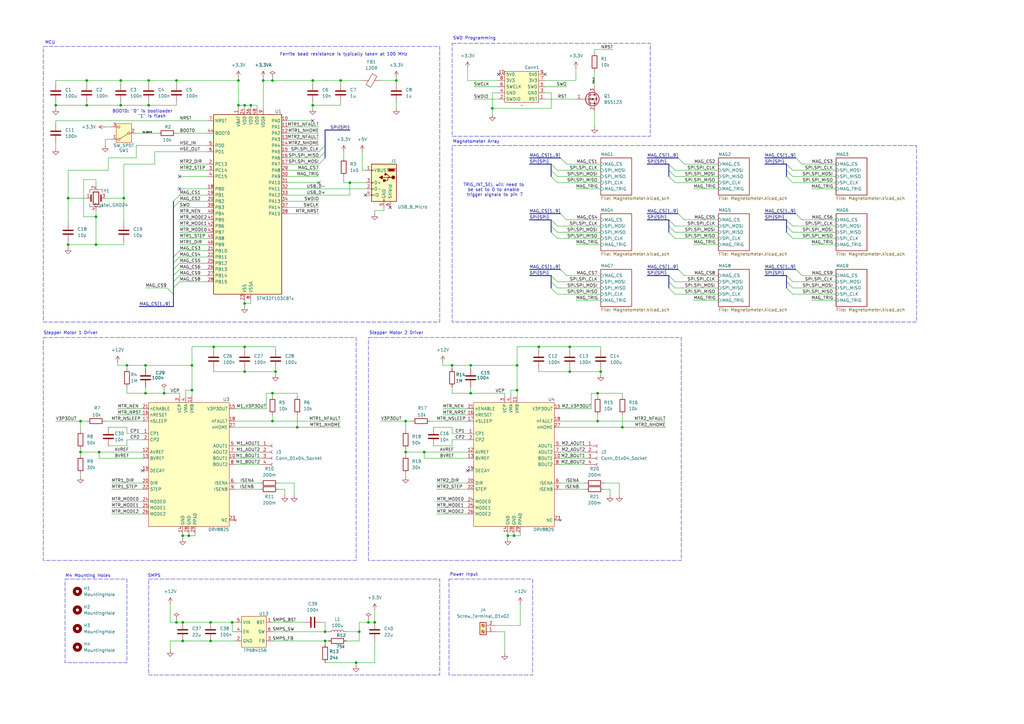
<source format=kicad_sch>
(kicad_sch (version 20231120) (generator "eeschema") (generator_version "8.0")
  (paper "A3")
  (bus_alias "SPI" (members "SPI_CLK" "SPI_MISO" "SPI_MOSI"))
  (junction (at 78.74 160.02))
  (junction (at 97.79 33.02))
  (junction (at 245.11 172.72))
  (junction (at 59.69 161.29))
  (junction (at 72.39 255.27))
  (junction (at 121.92 175.26))
  (junction (at 128.27 33.02))
  (junction (at 78.74 149.86))
  (junction (at 193.04 161.29))
  (junction (at 72.39 33.02))
  (junction (at 166.37 172.72))
  (junction (at 139.7 33.02))
  (junction (at 143.51 74.93))
  (junction (at 52.07 149.86))
  (junction (at 113.03 152.4))
  (junction (at 33.02 185.42))
  (junction (at 212.09 160.02))
  (junction (at 133.35 259.08))
  (junction (at 27.94 100.33))
  (junction (at 111.76 172.72))
  (junction (at 35.56 33.02))
  (junction (at 255.27 175.26))
  (junction (at 100.33 142.24))
  (junction (at 39.37 100.33))
  (junction (at 59.69 149.86))
  (junction (at 100.33 43.18))
  (junction (at 102.87 43.18))
  (junction (at 212.09 149.86))
  (junction (at 95.25 255.27))
  (junction (at 201.93 44.45))
  (junction (at 220.98 142.24))
  (junction (at 107.95 33.02))
  (junction (at 233.68 152.4))
  (junction (at 151.13 255.27))
  (junction (at 210.82 219.71))
  (junction (at 22.86 43.18))
  (junction (at 100.33 152.4))
  (junction (at 193.04 149.86))
  (junction (at 74.93 219.71))
  (junction (at 49.53 43.18))
  (junction (at 50.8 81.28))
  (junction (at 128.27 43.18))
  (junction (at 27.94 81.28))
  (junction (at 162.56 33.02))
  (junction (at 86.36 255.27))
  (junction (at 40.64 185.42))
  (junction (at 77.47 219.71))
  (junction (at 86.36 262.89))
  (junction (at 60.96 43.18))
  (junction (at 87.63 142.24))
  (junction (at 173.99 185.42))
  (junction (at 246.38 152.4))
  (junction (at 74.93 262.89))
  (junction (at 60.96 33.02))
  (junction (at 146.05 271.78))
  (junction (at 33.02 172.72))
  (junction (at 39.37 88.9))
  (junction (at 185.42 149.86))
  (junction (at 147.32 259.08))
  (junction (at 111.76 33.02))
  (junction (at 153.67 255.27))
  (junction (at 67.31 161.29))
  (junction (at 49.53 33.02))
  (junction (at 233.68 142.24))
  (junction (at 245.11 161.29))
  (junction (at 97.79 43.18))
  (junction (at 166.37 185.42))
  (junction (at 133.35 262.89))
  (junction (at 208.28 219.71))
  (junction (at 111.76 161.29))
  (junction (at 74.93 255.27))
  (junction (at 35.56 43.18))
  (junction (at 100.33 124.46))
  (no_connect (at 149.86 80.01))
  (no_connect (at 58.42 193.04))
  (no_connect (at 160.02 85.09))
  (no_connect (at 73.66 72.39))
  (no_connect (at 128.27 49.53))
  (no_connect (at 130.81 74.93))
  (no_connect (at 73.66 77.47))
  (no_connect (at 204.47 30.48))
  (no_connect (at 223.52 30.48))
  (no_connect (at 191.77 193.04))
  (bus_entry (at 274.32 67.31) (size 2.54 2.54))
  (bus_entry (at 226.06 92.71) (size 2.54 2.54))
  (bus_entry (at 226.06 90.17) (size 2.54 2.54))
  (bus_entry (at 326.39 110.49) (size 2.54 2.54))
  (bus_entry (at 274.32 72.39) (size 2.54 2.54))
  (bus_entry (at 226.06 113.03) (size 2.54 2.54))
  (bus_entry (at 229.87 87.63) (size 2.54 2.54))
  (bus_entry (at 73.66 80.01) (size -2.54 2.54))
  (bus_entry (at 322.58 90.17) (size 2.54 2.54))
  (bus_entry (at 73.66 105.41) (size -2.54 2.54))
  (bus_entry (at 226.06 72.39) (size 2.54 2.54))
  (bus_entry (at 274.32 115.57) (size 2.54 2.54))
  (bus_entry (at 73.66 107.95) (size -2.54 2.54))
  (bus_entry (at 133.35 59.69) (size -2.54 2.54))
  (bus_entry (at 278.13 110.49) (size 2.54 2.54))
  (bus_entry (at 326.39 64.77) (size 2.54 2.54))
  (bus_entry (at 322.58 72.39) (size 2.54 2.54))
  (bus_entry (at 326.39 87.63) (size 2.54 2.54))
  (bus_entry (at 73.66 110.49) (size -2.54 2.54))
  (bus_entry (at 278.13 64.77) (size 2.54 2.54))
  (bus_entry (at 322.58 95.25) (size 2.54 2.54))
  (bus_entry (at 133.35 64.77) (size -2.54 2.54))
  (bus_entry (at 229.87 64.77) (size 2.54 2.54))
  (bus_entry (at 226.06 118.11) (size 2.54 2.54))
  (bus_entry (at 322.58 67.31) (size 2.54 2.54))
  (bus_entry (at 73.66 113.03) (size -2.54 2.54))
  (bus_entry (at 226.06 67.31) (size 2.54 2.54))
  (bus_entry (at 322.58 92.71) (size 2.54 2.54))
  (bus_entry (at 274.32 92.71) (size 2.54 2.54))
  (bus_entry (at 226.06 115.57) (size 2.54 2.54))
  (bus_entry (at 274.32 69.85) (size 2.54 2.54))
  (bus_entry (at 278.13 87.63) (size 2.54 2.54))
  (bus_entry (at 274.32 90.17) (size 2.54 2.54))
  (bus_entry (at 274.32 118.11) (size 2.54 2.54))
  (bus_entry (at 71.12 120.65) (size -2.54 -2.54))
  (bus_entry (at 274.32 95.25) (size 2.54 2.54))
  (bus_entry (at 322.58 69.85) (size 2.54 2.54))
  (bus_entry (at 322.58 115.57) (size 2.54 2.54))
  (bus_entry (at 73.66 102.87) (size -2.54 2.54))
  (bus_entry (at 229.87 110.49) (size 2.54 2.54))
  (bus_entry (at 133.35 62.23) (size -2.54 2.54))
  (bus_entry (at 226.06 69.85) (size 2.54 2.54))
  (bus_entry (at 73.66 115.57) (size -2.54 2.54))
  (bus_entry (at 226.06 95.25) (size 2.54 2.54))
  (bus_entry (at 322.58 113.03) (size 2.54 2.54))
  (bus_entry (at 73.66 82.55) (size -2.54 2.54))
  (bus_entry (at 322.58 118.11) (size 2.54 2.54))
  (bus_entry (at 274.32 113.03) (size 2.54 2.54))
  (wire (pts (xy 111.76 172.72) (xy 111.76 170.18)))
  (wire (pts (xy 153.67 262.89) (xy 153.67 271.78)))
  (wire (pts (xy 39.37 100.33) (xy 27.94 100.33)))
  (wire (pts (xy 78.74 160.02) (xy 78.74 162.56)))
  (wire (pts (xy 60.96 33.02) (xy 72.39 33.02)))
  (bus (pts (xy 274.32 115.57) (xy 274.32 118.11)))
  (wire (pts (xy 80.01 218.44) (xy 80.01 219.71)))
  (wire (pts (xy 109.22 161.29) (xy 109.22 167.64)))
  (wire (pts (xy 97.79 31.75) (xy 97.79 33.02)))
  (wire (pts (xy 147.32 262.89) (xy 147.32 259.08)))
  (wire (pts (xy 193.04 149.86) (xy 212.09 149.86)))
  (wire (pts (xy 73.66 82.55) (xy 85.09 82.55)))
  (wire (pts (xy 44.45 69.85) (xy 44.45 64.77)))
  (wire (pts (xy 166.37 194.31) (xy 166.37 195.58)))
  (bus (pts (xy 313.69 87.63) (xy 326.39 87.63)))
  (wire (pts (xy 72.39 254) (xy 72.39 255.27)))
  (wire (pts (xy 201.93 44.45) (xy 201.93 46.99)))
  (wire (pts (xy 100.33 142.24) (xy 100.33 143.51)))
  (wire (pts (xy 35.56 41.91) (xy 35.56 43.18)))
  (wire (pts (xy 118.11 80.01) (xy 143.51 80.01)))
  (wire (pts (xy 59.69 161.29) (xy 67.31 161.29)))
  (bus (pts (xy 71.12 105.41) (xy 71.12 107.95)))
  (wire (pts (xy 166.37 185.42) (xy 173.99 185.42)))
  (wire (pts (xy 100.33 123.19) (xy 100.33 124.46)))
  (bus (pts (xy 71.12 120.65) (xy 71.12 125.73)))
  (wire (pts (xy 181.61 167.64) (xy 191.77 167.64)))
  (wire (pts (xy 325.12 120.65) (xy 342.9 120.65)))
  (wire (pts (xy 228.6 69.85) (xy 246.38 69.85)))
  (wire (pts (xy 63.5 67.31) (xy 63.5 62.23)))
  (wire (pts (xy 128.27 34.29) (xy 128.27 33.02)))
  (wire (pts (xy 247.65 200.66) (xy 250.19 200.66)))
  (wire (pts (xy 325.12 97.79) (xy 342.9 97.79)))
  (wire (pts (xy 233.68 152.4) (xy 246.38 152.4)))
  (wire (pts (xy 284.48 123.19) (xy 294.64 123.19)))
  (wire (pts (xy 22.86 172.72) (xy 33.02 172.72)))
  (wire (pts (xy 245.11 172.72) (xy 273.05 172.72)))
  (wire (pts (xy 140.97 72.39) (xy 140.97 74.93)))
  (wire (pts (xy 39.37 76.2) (xy 39.37 73.66)))
  (wire (pts (xy 44.45 64.77) (xy 55.88 64.77)))
  (wire (pts (xy 22.86 49.53) (xy 85.09 49.53)))
  (wire (pts (xy 22.86 58.42) (xy 22.86 60.96)))
  (wire (pts (xy 325.12 74.93) (xy 342.9 74.93)))
  (wire (pts (xy 87.63 142.24) (xy 100.33 142.24)))
  (wire (pts (xy 213.36 218.44) (xy 213.36 219.71)))
  (wire (pts (xy 96.52 190.5) (xy 106.68 190.5)))
  (wire (pts (xy 96.52 172.72) (xy 111.76 172.72)))
  (wire (pts (xy 100.33 43.18) (xy 102.87 43.18)))
  (wire (pts (xy 102.87 43.18) (xy 102.87 44.45)))
  (wire (pts (xy 73.66 77.47) (xy 85.09 77.47)))
  (bus (pts (xy 71.12 113.03) (xy 71.12 115.57)))
  (wire (pts (xy 35.56 33.02) (xy 35.56 34.29)))
  (wire (pts (xy 72.39 41.91) (xy 72.39 43.18)))
  (wire (pts (xy 22.86 43.18) (xy 22.86 44.45)))
  (wire (pts (xy 69.85 247.65) (xy 69.85 255.27)))
  (wire (pts (xy 111.76 172.72) (xy 139.7 172.72)))
  (wire (pts (xy 228.6 115.57) (xy 246.38 115.57)))
  (wire (pts (xy 185.42 180.34) (xy 185.42 182.88)))
  (bus (pts (xy 265.43 110.49) (xy 278.13 110.49)))
  (bus (pts (xy 71.12 110.49) (xy 71.12 113.03)))
  (wire (pts (xy 325.12 118.11) (xy 342.9 118.11)))
  (wire (pts (xy 55.88 64.77) (xy 55.88 59.69)))
  (wire (pts (xy 87.63 142.24) (xy 87.63 143.51)))
  (wire (pts (xy 102.87 43.18) (xy 105.41 43.18)))
  (wire (pts (xy 118.11 72.39) (xy 130.81 72.39)))
  (wire (pts (xy 212.09 160.02) (xy 212.09 162.56)))
  (bus (pts (xy 217.17 87.63) (xy 229.87 87.63)))
  (wire (pts (xy 191.77 33.02) (xy 204.47 33.02)))
  (wire (pts (xy 276.86 115.57) (xy 294.64 115.57)))
  (wire (pts (xy 151.13 255.27) (xy 153.67 255.27)))
  (wire (pts (xy 58.42 180.34) (xy 52.07 180.34)))
  (wire (pts (xy 73.66 85.09) (xy 85.09 85.09)))
  (wire (pts (xy 22.86 41.91) (xy 22.86 43.18)))
  (wire (pts (xy 140.97 62.23) (xy 140.97 64.77)))
  (wire (pts (xy 191.77 27.94) (xy 191.77 33.02)))
  (wire (pts (xy 228.6 118.11) (xy 246.38 118.11)))
  (wire (pts (xy 128.27 43.18) (xy 139.7 43.18)))
  (wire (pts (xy 80.01 219.71) (xy 77.47 219.71)))
  (wire (pts (xy 153.67 271.78) (xy 146.05 271.78)))
  (wire (pts (xy 77.47 219.71) (xy 74.93 219.71)))
  (wire (pts (xy 156.21 172.72) (xy 166.37 172.72)))
  (wire (pts (xy 229.87 190.5) (xy 240.03 190.5)))
  (wire (pts (xy 27.94 69.85) (xy 27.94 81.28)))
  (wire (pts (xy 276.86 118.11) (xy 294.64 118.11)))
  (wire (pts (xy 332.74 77.47) (xy 342.9 77.47)))
  (wire (pts (xy 243.84 45.72) (xy 243.84 52.07)))
  (wire (pts (xy 72.39 33.02) (xy 97.79 33.02)))
  (wire (pts (xy 232.41 67.31) (xy 246.38 67.31)))
  (wire (pts (xy 223.52 40.64) (xy 236.22 40.64)))
  (wire (pts (xy 181.61 149.86) (xy 185.42 149.86)))
  (wire (pts (xy 276.86 72.39) (xy 294.64 72.39)))
  (wire (pts (xy 332.74 123.19) (xy 342.9 123.19)))
  (bus (pts (xy 265.43 64.77) (xy 278.13 64.77)))
  (wire (pts (xy 229.87 185.42) (xy 240.03 185.42)))
  (wire (pts (xy 325.12 92.71) (xy 342.9 92.71)))
  (wire (pts (xy 232.41 90.17) (xy 246.38 90.17)))
  (wire (pts (xy 226.06 38.1) (xy 223.52 38.1)))
  (bus (pts (xy 322.58 90.17) (xy 322.58 92.71)))
  (wire (pts (xy 35.56 43.18) (xy 22.86 43.18)))
  (bus (pts (xy 57.15 125.73) (xy 71.12 125.73)))
  (wire (pts (xy 166.37 172.72) (xy 166.37 176.53)))
  (wire (pts (xy 284.48 100.33) (xy 294.64 100.33)))
  (wire (pts (xy 193.04 158.75) (xy 193.04 161.29)))
  (bus (pts (xy 133.35 53.34) (xy 143.51 53.34)))
  (wire (pts (xy 212.09 142.24) (xy 212.09 149.86)))
  (wire (pts (xy 245.11 161.29) (xy 255.27 161.29)))
  (wire (pts (xy 328.93 90.17) (xy 342.9 90.17)))
  (wire (pts (xy 236.22 100.33) (xy 246.38 100.33)))
  (wire (pts (xy 179.07 198.12) (xy 191.77 198.12)))
  (wire (pts (xy 74.93 255.27) (xy 86.36 255.27)))
  (wire (pts (xy 121.92 175.26) (xy 139.7 175.26)))
  (wire (pts (xy 148.59 62.23) (xy 148.59 69.85)))
  (wire (pts (xy 52.07 149.86) (xy 59.69 149.86)))
  (bus (pts (xy 226.06 113.03) (xy 226.06 115.57)))
  (wire (pts (xy 78.74 149.86) (xy 78.74 160.02)))
  (wire (pts (xy 111.76 161.29) (xy 121.92 161.29)))
  (wire (pts (xy 60.96 33.02) (xy 60.96 34.29)))
  (wire (pts (xy 73.66 161.29) (xy 73.66 162.56)))
  (wire (pts (xy 96.52 175.26) (xy 121.92 175.26)))
  (wire (pts (xy 118.11 67.31) (xy 130.81 67.31)))
  (wire (pts (xy 166.37 184.15) (xy 166.37 185.42)))
  (bus (pts (xy 226.06 67.31) (xy 226.06 69.85)))
  (wire (pts (xy 229.87 172.72) (xy 245.11 172.72)))
  (wire (pts (xy 27.94 99.06) (xy 27.94 100.33)))
  (wire (pts (xy 185.42 161.29) (xy 193.04 161.29)))
  (wire (pts (xy 34.29 88.9) (xy 39.37 88.9)))
  (wire (pts (xy 74.93 262.89) (xy 86.36 262.89)))
  (wire (pts (xy 100.33 124.46) (xy 100.33 125.73)))
  (wire (pts (xy 45.72 210.82) (xy 58.42 210.82)))
  (wire (pts (xy 45.72 205.74) (xy 58.42 205.74)))
  (bus (pts (xy 217.17 110.49) (xy 229.87 110.49)))
  (wire (pts (xy 33.02 185.42) (xy 40.64 185.42)))
  (wire (pts (xy 139.7 41.91) (xy 139.7 43.18)))
  (wire (pts (xy 254 198.12) (xy 254 203.2)))
  (wire (pts (xy 118.11 57.15) (xy 130.81 57.15)))
  (wire (pts (xy 102.87 124.46) (xy 100.33 124.46)))
  (wire (pts (xy 133.35 259.08) (xy 133.35 255.27)))
  (wire (pts (xy 118.11 54.61) (xy 130.81 54.61)))
  (wire (pts (xy 77.47 218.44) (xy 77.47 219.71)))
  (bus (pts (xy 217.17 90.17) (xy 226.06 90.17)))
  (bus (pts (xy 274.32 90.17) (xy 274.32 92.71)))
  (wire (pts (xy 114.3 198.12) (xy 120.65 198.12)))
  (wire (pts (xy 52.07 161.29) (xy 59.69 161.29)))
  (wire (pts (xy 181.61 170.18) (xy 191.77 170.18)))
  (wire (pts (xy 113.03 152.4) (xy 113.03 153.67)))
  (wire (pts (xy 191.77 187.96) (xy 173.99 187.96)))
  (wire (pts (xy 39.37 88.9) (xy 39.37 86.36)))
  (wire (pts (xy 111.76 161.29) (xy 111.76 162.56)))
  (wire (pts (xy 118.11 62.23) (xy 130.81 62.23)))
  (wire (pts (xy 210.82 219.71) (xy 208.28 219.71)))
  (wire (pts (xy 191.77 177.8) (xy 185.42 177.8)))
  (wire (pts (xy 228.6 72.39) (xy 246.38 72.39)))
  (wire (pts (xy 207.01 259.08) (xy 203.2 259.08)))
  (wire (pts (xy 147.32 259.08) (xy 147.32 255.27)))
  (wire (pts (xy 33.02 194.31) (xy 33.02 195.58)))
  (wire (pts (xy 100.33 43.18) (xy 100.33 44.45)))
  (wire (pts (xy 208.28 218.44) (xy 208.28 219.71)))
  (wire (pts (xy 39.37 73.66) (xy 34.29 73.66)))
  (wire (pts (xy 280.67 67.31) (xy 294.64 67.31)))
  (wire (pts (xy 45.72 200.66) (xy 58.42 200.66)))
  (wire (pts (xy 179.07 205.74) (xy 191.77 205.74)))
  (wire (pts (xy 213.36 256.54) (xy 203.2 256.54)))
  (bus (pts (xy 322.58 113.03) (xy 322.58 115.57)))
  (wire (pts (xy 247.65 198.12) (xy 254 198.12)))
  (wire (pts (xy 128.27 43.18) (xy 128.27 44.45)))
  (wire (pts (xy 232.41 113.03) (xy 246.38 113.03)))
  (wire (pts (xy 194.31 40.64) (xy 204.47 40.64)))
  (wire (pts (xy 121.92 162.56) (xy 121.92 161.29)))
  (wire (pts (xy 220.98 142.24) (xy 220.98 143.51)))
  (bus (pts (xy 226.06 92.71) (xy 226.06 95.25)))
  (wire (pts (xy 33.02 185.42) (xy 33.02 186.69)))
  (wire (pts (xy 74.93 219.71) (xy 74.93 220.98)))
  (wire (pts (xy 22.86 33.02) (xy 35.56 33.02)))
  (wire (pts (xy 162.56 31.75) (xy 162.56 33.02)))
  (wire (pts (xy 27.94 69.85) (xy 44.45 69.85)))
  (wire (pts (xy 52.07 149.86) (xy 52.07 151.13)))
  (bus (pts (xy 274.32 69.85) (xy 274.32 72.39)))
  (wire (pts (xy 276.86 97.79) (xy 294.64 97.79)))
  (wire (pts (xy 97.79 33.02) (xy 97.79 43.18)))
  (wire (pts (xy 325.12 95.25) (xy 342.9 95.25)))
  (bus (pts (xy 313.69 90.17) (xy 322.58 90.17)))
  (wire (pts (xy 128.27 41.91) (xy 128.27 43.18)))
  (wire (pts (xy 140.97 74.93) (xy 143.51 74.93)))
  (wire (pts (xy 236.22 123.19) (xy 246.38 123.19)))
  (wire (pts (xy 35.56 33.02) (xy 49.53 33.02)))
  (wire (pts (xy 40.64 187.96) (xy 40.64 185.42)))
  (wire (pts (xy 193.04 149.86) (xy 193.04 151.13)))
  (wire (pts (xy 173.99 187.96) (xy 173.99 185.42)))
  (wire (pts (xy 162.56 41.91) (xy 162.56 44.45)))
  (bus (pts (xy 265.43 87.63) (xy 278.13 87.63)))
  (wire (pts (xy 73.66 67.31) (xy 85.09 67.31)))
  (wire (pts (xy 50.8 81.28) (xy 50.8 91.44)))
  (wire (pts (xy 212.09 149.86) (xy 212.09 160.02)))
  (wire (pts (xy 73.66 102.87) (xy 85.09 102.87)))
  (bus (pts (xy 274.32 67.31) (xy 274.32 69.85)))
  (wire (pts (xy 111.76 255.27) (xy 124.46 255.27)))
  (wire (pts (xy 86.36 262.89) (xy 96.52 262.89)))
  (wire (pts (xy 246.38 142.24) (xy 246.38 143.51)))
  (wire (pts (xy 201.93 44.45) (xy 226.06 44.45)))
  (wire (pts (xy 220.98 152.4) (xy 233.68 152.4)))
  (wire (pts (xy 236.22 77.47) (xy 246.38 77.47)))
  (wire (pts (xy 111.76 33.02) (xy 128.27 33.02)))
  (wire (pts (xy 245.11 161.29) (xy 242.57 161.29)))
  (bus (pts (xy 217.17 113.03) (xy 226.06 113.03)))
  (wire (pts (xy 209.55 160.02) (xy 212.09 160.02)))
  (wire (pts (xy 60.96 43.18) (xy 49.53 43.18)))
  (wire (pts (xy 59.69 149.86) (xy 78.74 149.86)))
  (wire (pts (xy 58.42 187.96) (xy 40.64 187.96)))
  (wire (pts (xy 139.7 33.02) (xy 139.7 34.29)))
  (wire (pts (xy 255.27 162.56) (xy 255.27 161.29)))
  (bus (pts (xy 265.43 90.17) (xy 274.32 90.17)))
  (wire (pts (xy 246.38 152.4) (xy 246.38 153.67)))
  (wire (pts (xy 43.18 81.28) (xy 50.8 81.28)))
  (wire (pts (xy 223.52 33.02) (xy 236.22 33.02)))
  (wire (pts (xy 193.04 161.29) (xy 207.01 161.29)))
  (wire (pts (xy 43.18 52.07) (xy 45.72 52.07)))
  (wire (pts (xy 142.24 259.08) (xy 147.32 259.08)))
  (wire (pts (xy 87.63 152.4) (xy 100.33 152.4)))
  (wire (pts (xy 149.86 69.85) (xy 148.59 69.85)))
  (wire (pts (xy 229.87 175.26) (xy 255.27 175.26)))
  (wire (pts (xy 59.69 149.86) (xy 59.69 151.13)))
  (wire (pts (xy 229.87 198.12) (xy 240.03 198.12)))
  (wire (pts (xy 107.95 33.02) (xy 111.76 33.02)))
  (wire (pts (xy 67.31 160.02) (xy 67.31 161.29)))
  (wire (pts (xy 133.35 271.78) (xy 146.05 271.78)))
  (wire (pts (xy 73.66 110.49) (xy 85.09 110.49)))
  (wire (pts (xy 33.02 184.15) (xy 33.02 185.42)))
  (wire (pts (xy 22.86 34.29) (xy 22.86 33.02)))
  (wire (pts (xy 179.07 210.82) (xy 191.77 210.82)))
  (wire (pts (xy 49.53 43.18) (xy 35.56 43.18)))
  (wire (pts (xy 100.33 142.24) (xy 113.03 142.24)))
  (wire (pts (xy 100.33 151.13) (xy 100.33 152.4)))
  (wire (pts (xy 243.84 20.32) (xy 251.46 20.32)))
  (wire (pts (xy 73.66 107.95) (xy 85.09 107.95)))
  (wire (pts (xy 67.31 161.29) (xy 73.66 161.29)))
  (wire (pts (xy 73.66 69.85) (xy 85.09 69.85)))
  (wire (pts (xy 49.53 41.91) (xy 49.53 43.18)))
  (wire (pts (xy 280.67 113.03) (xy 294.64 113.03)))
  (wire (pts (xy 27.94 81.28) (xy 35.56 81.28)))
  (bus (pts (xy 71.12 107.95) (xy 71.12 110.49)))
  (wire (pts (xy 284.48 77.47) (xy 294.64 77.47)))
  (wire (pts (xy 72.39 54.61) (xy 85.09 54.61)))
  (bus (pts (xy 265.43 67.31) (xy 274.32 67.31)))
  (wire (pts (xy 185.42 175.26) (xy 177.8 175.26)))
  (bus (pts (xy 133.35 59.69) (xy 133.35 62.23)))
  (wire (pts (xy 207.01 259.08) (xy 207.01 267.97)))
  (wire (pts (xy 151.13 254) (xy 151.13 255.27)))
  (wire (pts (xy 118.11 49.53) (xy 128.27 49.53)))
  (wire (pts (xy 276.86 92.71) (xy 294.64 92.71)))
  (wire (pts (xy 118.11 85.09) (xy 130.81 85.09)))
  (wire (pts (xy 236.22 33.02) (xy 236.22 27.94)))
  (wire (pts (xy 207.01 161.29) (xy 207.01 162.56)))
  (wire (pts (xy 332.74 100.33) (xy 342.9 100.33)))
  (wire (pts (xy 243.84 20.32) (xy 243.84 21.59)))
  (wire (pts (xy 134.62 259.08) (xy 133.35 259.08)))
  (wire (pts (xy 96.52 198.12) (xy 106.68 198.12)))
  (wire (pts (xy 52.07 180.34) (xy 52.07 182.88)))
  (wire (pts (xy 76.2 160.02) (xy 78.74 160.02)))
  (wire (pts (xy 52.07 175.26) (xy 44.45 175.26)))
  (wire (pts (xy 255.27 175.26) (xy 273.05 175.26)))
  (wire (pts (xy 48.26 167.64) (xy 58.42 167.64)))
  (wire (pts (xy 233.68 151.13) (xy 233.68 152.4)))
  (wire (pts (xy 55.88 59.69) (xy 85.09 59.69)))
  (wire (pts (xy 228.6 92.71) (xy 246.38 92.71)))
  (wire (pts (xy 210.82 218.44) (xy 210.82 219.71)))
  (bus (pts (xy 71.12 118.11) (xy 71.12 120.65)))
  (wire (pts (xy 33.02 172.72) (xy 35.56 172.72)))
  (wire (pts (xy 107.95 33.02) (xy 107.95 44.45)))
  (wire (pts (xy 72.39 33.02) (xy 72.39 34.29)))
  (wire (pts (xy 157.48 85.09) (xy 157.48 86.36)))
  (wire (pts (xy 173.99 185.42) (xy 191.77 185.42)))
  (bus (pts (xy 133.35 53.34) (xy 133.35 59.69)))
  (wire (pts (xy 45.72 198.12) (xy 58.42 198.12)))
  (wire (pts (xy 116.84 200.66) (xy 116.84 203.2)))
  (bus (pts (xy 274.32 113.03) (xy 274.32 115.57)))
  (wire (pts (xy 48.26 148.59) (xy 48.26 149.86)))
  (wire (pts (xy 204.47 38.1) (xy 201.93 38.1)))
  (wire (pts (xy 43.18 59.69) (xy 43.18 57.15)))
  (wire (pts (xy 73.66 95.25) (xy 85.09 95.25)))
  (wire (pts (xy 245.11 172.72) (xy 245.11 170.18)))
  (wire (pts (xy 147.32 255.27) (xy 151.13 255.27)))
  (wire (pts (xy 96.52 167.64) (xy 109.22 167.64)))
  (wire (pts (xy 78.74 142.24) (xy 78.74 149.86)))
  (wire (pts (xy 325.12 69.85) (xy 342.9 69.85)))
  (wire (pts (xy 73.66 87.63) (xy 85.09 87.63)))
  (wire (pts (xy 52.07 182.88) (xy 44.45 182.88)))
  (wire (pts (xy 118.11 77.47) (xy 149.86 77.47)))
  (wire (pts (xy 73.66 97.79) (xy 85.09 97.79)))
  (wire (pts (xy 52.07 177.8) (xy 52.07 175.26)))
  (wire (pts (xy 181.61 148.59) (xy 181.61 149.86)))
  (bus (pts (xy 313.69 64.77) (xy 326.39 64.77)))
  (wire (pts (xy 229.87 182.88) (xy 240.03 182.88)))
  (wire (pts (xy 162.56 34.29) (xy 162.56 33.02)))
  (wire (pts (xy 212.09 142.24) (xy 220.98 142.24)))
  (wire (pts (xy 102.87 123.19) (xy 102.87 124.46)))
  (wire (pts (xy 128.27 33.02) (xy 139.7 33.02)))
  (wire (pts (xy 52.07 158.75) (xy 52.07 161.29)))
  (wire (pts (xy 228.6 95.25) (xy 246.38 95.25)))
  (wire (pts (xy 78.74 142.24) (xy 87.63 142.24)))
  (wire (pts (xy 43.18 172.72) (xy 58.42 172.72)))
  (wire (pts (xy 185.42 177.8) (xy 185.42 175.26)))
  (wire (pts (xy 255.27 175.26) (xy 255.27 170.18)))
  (wire (pts (xy 73.66 90.17) (xy 85.09 90.17)))
  (wire (pts (xy 113.03 142.24) (xy 113.03 143.51)))
  (wire (pts (xy 233.68 142.24) (xy 233.68 143.51)))
  (wire (pts (xy 48.26 149.86) (xy 52.07 149.86)))
  (wire (pts (xy 50.8 99.06) (xy 50.8 100.33)))
  (wire (pts (xy 229.87 187.96) (xy 240.03 187.96)))
  (wire (pts (xy 328.93 67.31) (xy 342.9 67.31)))
  (bus (pts (xy 226.06 115.57) (xy 226.06 118.11)))
  (bus (pts (xy 226.06 69.85) (xy 226.06 72.39)))
  (wire (pts (xy 45.72 208.28) (xy 58.42 208.28)))
  (wire (pts (xy 55.88 54.61) (xy 64.77 54.61)))
  (wire (pts (xy 228.6 74.93) (xy 246.38 74.93)))
  (wire (pts (xy 243.84 29.21) (xy 243.84 35.56)))
  (wire (pts (xy 142.24 262.89) (xy 147.32 262.89)))
  (wire (pts (xy 97.79 43.18) (xy 100.33 43.18)))
  (wire (pts (xy 73.66 80.01) (xy 85.09 80.01)))
  (wire (pts (xy 72.39 43.18) (xy 60.96 43.18)))
  (wire (pts (xy 276.86 74.93) (xy 294.64 74.93)))
  (wire (pts (xy 233.68 142.24) (xy 246.38 142.24)))
  (wire (pts (xy 96.52 182.88) (xy 106.68 182.88)))
  (wire (pts (xy 100.33 152.4) (xy 113.03 152.4)))
  (wire (pts (xy 250.19 200.66) (xy 250.19 203.2)))
  (wire (pts (xy 118.11 87.63) (xy 130.81 87.63)))
  (wire (pts (xy 226.06 44.45) (xy 226.06 38.1)))
  (wire (pts (xy 143.51 74.93) (xy 143.51 80.01)))
  (wire (pts (xy 34.29 73.66) (xy 34.29 88.9)))
  (wire (pts (xy 276.86 120.65) (xy 294.64 120.65)))
  (bus (pts (xy 313.69 113.03) (xy 322.58 113.03)))
  (wire (pts (xy 229.87 167.64) (xy 242.57 167.64)))
  (wire (pts (xy 118.11 59.69) (xy 130.81 59.69)))
  (wire (pts (xy 220.98 142.24) (xy 233.68 142.24)))
  (wire (pts (xy 73.66 92.71) (xy 85.09 92.71)))
  (bus (pts (xy 71.12 82.55) (xy 71.12 85.09)))
  (wire (pts (xy 118.11 74.93) (xy 130.81 74.93)))
  (wire (pts (xy 40.64 185.42) (xy 58.42 185.42)))
  (wire (pts (xy 72.39 255.27) (xy 74.93 255.27)))
  (wire (pts (xy 166.37 185.42) (xy 166.37 186.69)))
  (wire (pts (xy 133.35 262.89) (xy 133.35 264.16)))
  (wire (pts (xy 194.31 35.56) (xy 204.47 35.56)))
  (wire (pts (xy 185.42 182.88) (xy 177.8 182.88)))
  (wire (pts (xy 105.41 43.18) (xy 105.41 44.45)))
  (wire (pts (xy 185.42 149.86) (xy 193.04 149.86)))
  (wire (pts (xy 96.52 185.42) (xy 106.68 185.42)))
  (wire (pts (xy 166.37 172.72) (xy 168.91 172.72)))
  (wire (pts (xy 59.69 158.75) (xy 59.69 161.29)))
  (wire (pts (xy 118.11 82.55) (xy 130.81 82.55)))
  (wire (pts (xy 63.5 62.23) (xy 85.09 62.23)))
  (bus (pts (xy 313.69 67.31) (xy 322.58 67.31)))
  (wire (pts (xy 96.52 187.96) (xy 106.68 187.96)))
  (bus (pts (xy 71.12 115.57) (xy 71.12 118.11)))
  (wire (pts (xy 111.76 262.89) (xy 133.35 262.89)))
  (wire (pts (xy 228.6 97.79) (xy 246.38 97.79)))
  (wire (pts (xy 133.35 255.27) (xy 132.08 255.27)))
  (wire (pts (xy 328.93 113.03) (xy 342.9 113.03)))
  (wire (pts (xy 179.07 208.28) (xy 191.77 208.28)))
  (wire (pts (xy 213.36 219.71) (xy 210.82 219.71)))
  (bus (pts (xy 322.58 115.57) (xy 322.58 118.11)))
  (wire (pts (xy 69.85 266.7) (xy 69.85 262.89)))
  (wire (pts (xy 325.12 115.57) (xy 342.9 115.57)))
  (wire (pts (xy 96.52 200.66) (xy 106.68 200.66)))
  (bus (pts (xy 226.06 90.17) (xy 226.06 92.71)))
  (wire (pts (xy 95.25 259.08) (xy 95.25 255.27)))
  (wire (pts (xy 185.42 158.75) (xy 185.42 161.29)))
  (wire (pts (xy 118.11 64.77) (xy 130.81 64.77)))
  (wire (pts (xy 95.25 255.27) (xy 96.52 255.27)))
  (wire (pts (xy 121.92 175.26) (xy 121.92 170.18)))
  (wire (pts (xy 325.12 72.39) (xy 342.9 72.39)))
  (wire (pts (xy 39.37 88.9) (xy 39.37 100.33)))
  (wire (pts (xy 280.67 90.17) (xy 294.64 90.17)))
  (wire (pts (xy 220.98 151.13) (xy 220.98 152.4)))
  (wire (pts (xy 76.2 162.56) (xy 76.2 160.02)))
  (wire (pts (xy 242.57 161.29) (xy 242.57 167.64)))
  (wire (pts (xy 201.93 38.1) (xy 201.93 44.45)))
  (wire (pts (xy 69.85 255.27) (xy 72.39 255.27)))
  (wire (pts (xy 73.66 100.33) (xy 85.09 100.33)))
  (wire (pts (xy 162.56 33.02) (xy 156.21 33.02)))
  (wire (pts (xy 118.11 69.85) (xy 130.81 69.85)))
  (wire (pts (xy 59.69 118.11) (xy 68.58 118.11)))
  (wire (pts (xy 107.95 31.75) (xy 107.95 33.02)))
  (wire (pts (xy 191.77 180.34) (xy 185.42 180.34)))
  (wire (pts (xy 22.86 49.53) (xy 22.86 50.8)))
  (wire (pts (xy 228.6 120.65) (xy 246.38 120.65)))
  (wire (pts (xy 33.02 172.72) (xy 33.02 176.53)))
  (wire (pts (xy 43.18 57.15) (xy 45.72 57.15)))
  (wire (pts (xy 69.85 262.89) (xy 74.93 262.89)))
  (wire (pts (xy 73.66 72.39) (xy 85.09 72.39)))
  (bus (pts (xy 313.69 110.49) (xy 326.39 110.49)))
  (wire (pts (xy 27.94 100.33) (xy 27.94 101.6)))
  (wire (pts (xy 185.42 149.86) (xy 185.42 151.13)))
  (wire (pts (xy 153.67 86.36) (xy 153.67 87.63)))
  (bus (pts (xy 322.58 69.85) (xy 322.58 72.39)))
  (wire (pts (xy 58.42 177.8) (xy 52.07 177.8)))
  (wire (pts (xy 176.53 172.72) (xy 191.77 172.72)))
  (wire (pts (xy 60.96 41.91) (xy 60.96 43.18)))
  (bus (pts (xy 322.58 67.31) (xy 322.58 69.85)))
  (wire (pts (xy 73.66 105.41) (xy 85.09 105.41)))
  (bus (pts (xy 71.12 85.09) (xy 71.12 105.41)))
  (wire (pts (xy 229.87 200.66) (xy 240.03 200.66)))
  (wire (pts (xy 50.8 67.31) (xy 63.5 67.31)))
  (wire (pts (xy 49.53 33.02) (xy 49.53 34.29)))
  (wire (pts (xy 48.26 170.18) (xy 58.42 170.18)))
  (wire (pts (xy 50.8 67.31) (xy 50.8 81.28)))
  (wire (pts (xy 245.11 161.29) (xy 245.11 162.56)))
  (bus (pts (xy 217.17 64.77) (xy 229.87 64.77)))
  (wire (pts (xy 111.76 161.29) (xy 109.22 161.29)))
  (bus (pts (xy 322.58 92.71) (xy 322.58 95.25)))
  (wire (pts (xy 86.36 255.27) (xy 95.25 255.27)))
  (wire (pts (xy 96.52 259.08) (xy 95.25 259.08)))
  (bus (pts (xy 217.17 67.31) (xy 226.06 67.31)))
  (wire (pts (xy 208.28 219.71) (xy 208.28 220.98)))
  (wire (pts (xy 118.11 52.07) (xy 130.81 52.07)))
  (wire (pts (xy 97.79 43.18) (xy 97.79 44.45)))
  (wire (pts (xy 246.38 151.13) (xy 246.38 152.4)))
  (bus (pts (xy 274.32 92.71) (xy 274.32 95.25)))
  (wire (pts (xy 276.86 69.85) (xy 294.64 69.85)))
  (wire (pts (xy 49.53 33.02) (xy 60.96 33.02)))
  (wire (pts (xy 139.7 33.02) (xy 148.59 33.02)))
  (wire (pts (xy 87.63 151.13) (xy 87.63 152.4)))
  (wire (pts (xy 153.67 250.19) (xy 153.67 255.27)))
  (wire (pts (xy 179.07 200.66) (xy 191.77 200.66)))
  (wire (pts (xy 276.86 95.25) (xy 294.64 95.25)))
  (wire (pts (xy 111.76 259.08) (xy 133.35 259.08)))
  (wire (pts (xy 50.8 100.33) (xy 39.37 100.33)))
  (wire (pts (xy 209.55 162.56) (xy 209.55 160.02)))
  (wire (pts (xy 73.66 115.57) (xy 85.09 115.57)))
  (wire (pts (xy 157.48 86.36) (xy 153.67 86.36)))
  (wire (pts (xy 143.51 74.93) (xy 149.86 74.93)))
  (wire (pts (xy 146.05 273.05) (xy 146.05 271.78)))
  (wire (pts (xy 213.36 247.65) (xy 213.36 256.54)))
  (wire (pts (xy 73.66 113.03) (xy 85.09 113.03)))
  (wire (pts (xy 27.94 81.28) (xy 27.94 91.44)))
  (wire (pts (xy 133.35 262.89) (xy 134.62 262.89)))
  (bus (pts (xy 133.35 62.23) (xy 133.35 64.77)))
  (bus (pts (xy 265.43 113.03) (xy 274.32 113.03)))
  (wire (pts (xy 120.65 198.12) (xy 120.65 203.2)))
  (wire (pts (xy 111.76 31.75) (xy 111.76 33.02)))
  (wire (pts (xy 114.3 200.66) (xy 116.84 200.66)))
  (wire (pts (xy 74.93 218.44) (xy 74.93 219.71)))
  (wire (pts (xy 113.03 151.13) (xy 113.03 152.4)))
  (wire (pts (xy 223.52 35.56) (xy 232.41 35.56)))
  (rectangle (start 60.96 237.49) (end 180.34 276.86) (stroke (width 0) (type dash)))
  (rectangle (start 185.42 59.69) (end 375.92 132.08) (stroke (width 0) (type dash)))
  (rectangle (start 26.67 237.49) (end 52.07 271.78) (stroke (width 0) (type dash)))
  (rectangle (start 185.42 17.78) (end 266.7 55.88) (stroke (width 0) (type dash)))
  (rectangle (start 184.15 237.49) (end 218.44 276.86) (stroke (width 0) (type dash)))
  (rectangle (start 17.78 138.43) (end 146.05 229.87) (stroke (width 0) (type dash)))
  (rectangle (start 17.78 19.05) (end 180.34 132.08) (stroke (width 0) (type dash)))
  (rectangle (start 151.13 138.43) (end 279.4 229.87) (stroke (width 0) (type dash)))
  (text "TRIG_INT_SEL will need to \nbe set to 0 to enable \ntrigger signals to pin 7" (at 202.946 77.978 0) (effects (font (size 1.27 1.27))))
  (text "SMPS" (at 63.246 236.22 0) (effects (font (size 1.27 1.27))))
  (text "Magnetometer Array" (at 195.326 58.166 0) (effects (font (size 1.27 1.27))))
  (text "BOOT0: \"0\" is bootloader\n	   \"1\" is flash" (at 58.42 46.736 0) (effects (font (size 1.27 1.27))))
  (text "MCU" (at 20.574 17.526 0) (effects (font (size 1.27 1.27))))
  (text "Stepper Motor 1 Driver" (at 28.956 136.652 0) (effects (font (size 1.27 1.27))))
  (text "Ferrite bead resistance is typically taken at 100 MHz" (at 140.97 22.352 0) (effects (font (size 1.27 1.27))))
  (text "SWD Programming" (at 194.564 15.748 0) (effects (font (size 1.27 1.27))))
  (text "Power Input" (at 190.246 235.712 0) (effects (font (size 1.27 1.27))))
  (text "M4 Mounting Holes" (at 36.068 236.22 0) (effects (font (size 1.27 1.27))))
  (text "Stepper Motor 2 Driver" (at 162.56 136.652 0) (effects (font (size 1.27 1.27))))
  (label "CP2" (at 186.69 180.34 0))
  (label "CP1" (at 186.69 177.8 0))
  (label "MAG_CS[1..9]" (at 217.17 87.63 0))
  (label "SPI.SPI_MISO" (at 293.37 74.93 180))
  (label "MTR_MODE0" (at 73.66 95.25 0))
  (label "CP2" (at 53.34 180.34 0))
  (label "MTR2_NHOME" (at 273.05 175.26 180))
  (label "SPI{SPI}" (at 217.17 113.03 0))
  (label "MAG_CS[1..9]" (at 57.15 125.73 0))
  (label "SPI.SPI_MISO" (at 341.63 74.93 180))
  (label "MTR1_STEP" (at 73.66 97.79 0))
  (label "SPI{SPI}" (at 265.43 90.17 0))
  (label "MTR2_NHOME" (at 130.81 59.69 180))
  (label "MAG_CS[1..9]" (at 313.69 64.77 0))
  (label "SPI.SPI_MOSI" (at 245.11 118.11 180))
  (label "SMPS_FB" (at 111.76 262.89 0))
  (label "MTR2_STEP" (at 179.07 200.66 0))
  (label "NRST" (at 73.66 49.53 0))
  (label "M2_AOUT2" (at 240.03 185.42 180))
  (label "MAG_CS5" (at 293.37 90.17 180))
  (label "SPI{SPI}" (at 143.51 53.34 180))
  (label "MTR_MODE1" (at 45.72 208.28 0))
  (label "MTR_MODE0" (at 179.07 205.74 0))
  (label "MAG_CS9" (at 341.63 113.03 180))
  (label "USB_D-" (at 125.73 77.47 0))
  (label "MAG_TRIG" (at 284.48 100.33 0))
  (label "SPI{SPI}" (at 313.69 90.17 0))
  (label "SPI.SPI_CLK" (at 293.37 115.57 180))
  (label "VCP" (at 203.2 161.29 0))
  (label "SPI{SPI}" (at 313.69 113.03 0))
  (label "SWDIO" (at 194.31 40.64 0))
  (label "MAG_CS5" (at 73.66 107.95 0))
  (label "MTR2_DIR" (at 179.07 198.12 0))
  (label "MTR_NRST" (at 181.61 170.18 0))
  (label "MAG_CS[1..9]" (at 265.43 87.63 0))
  (label "SMPS_BST" (at 111.76 255.27 0))
  (label "MTR_NSLEEP" (at 45.72 172.72 0))
  (label "VCP" (at 69.85 161.29 0))
  (label "SPI.SPI_CLK" (at 245.11 92.71 180))
  (label "MAG_CS6" (at 341.63 90.17 180))
  (label "MTR_NEN" (at 73.66 87.63 0))
  (label "AVREF" (at 180.34 185.42 0))
  (label "AVREF" (at 46.99 185.42 0))
  (label "SPI{SPI}" (at 217.17 90.17 0))
  (label "M2_BOUT1" (at 240.03 187.96 180))
  (label "MAG_CS8" (at 293.37 113.03 180))
  (label "HSE_IN" (at 73.66 59.69 0))
  (label "MTR_MODE2" (at 179.07 210.82 0))
  (label "HSE_OUT" (at 73.66 62.23 0))
  (label "MTR1_NHOME" (at 139.7 175.26 180))
  (label "MAG_CS3" (at 341.63 67.31 180))
  (label "MTR2_NFAULT" (at 130.81 57.15 180))
  (label "SPI.SPI_MOSI" (at 341.63 72.39 180))
  (label "ISENA" (at 104.14 198.12 180))
  (label "SPI.SPI_CLK" (at 245.11 69.85 180))
  (label "MAG_CS[1..9]" (at 265.43 110.49 0))
  (label "MTR1_NFAULT" (at 130.81 52.07 180))
  (label "MTR_MODE1" (at 179.07 208.28 0))
  (label "SPI.SPI_MOSI" (at 293.37 72.39 180))
  (label "SPI.SPI_CLK" (at 341.63 92.71 180))
  (label "M1_AOUT1" (at 106.68 182.88 180))
  (label "CP1" (at 53.34 177.8 0))
  (label "SPI.SPI_CLK" (at 245.11 115.57 180))
  (label "SPI.SPI_MISO" (at 245.11 74.93 180))
  (label "MAG_CS6" (at 73.66 110.49 0))
  (label "V3P3OUT" (at 22.86 172.72 0))
  (label "SPI.SPI_MOSI" (at 293.37 95.25 180))
  (label "SW_BOOT0" (at 58.42 54.61 0) (effects (font (size 0.5 0.5))))
  (label "SPI.SPI_CLK" (at 341.63 115.57 180))
  (label "MTR_NSLEEP" (at 179.07 172.72 0))
  (label "MTR2_DIR" (at 73.66 67.31 0))
  (label "M1_BOUT1" (at 106.68 187.96 180))
  (label "SPI{SPI}" (at 265.43 67.31 0))
  (label "SPI{SPI}" (at 313.69 67.31 0))
  (label "MAG_TRIG" (at 332.74 77.47 0))
  (label "SMPS_SW" (at 111.76 259.08 0))
  (label "MAG_TRIG" (at 332.74 123.19 0))
  (label "MAG_CS[1..9]" (at 217.17 64.77 0))
  (label "SPI.SPI_CLK" (at 341.63 69.85 180))
  (label "SPI{SPI}" (at 217.17 67.31 0))
  (label "MAG_TRIG" (at 284.48 123.19 0))
  (label "SPI.SPI_MISO" (at 293.37 120.65 180))
  (label "MTR1_NHOME" (at 130.81 54.61 180))
  (label "MTR_NRST" (at 130.81 87.63 180))
  (label "MTR2_NFAULT" (at 273.05 172.72 180))
  (label "MAG_TRIG" (at 236.22 100.33 0))
  (label "MAG_CS4" (at 245.11 90.17 180))
  (label "MAG_CS1" (at 245.11 67.31 180))
  (label "MAG_CS8" (at 73.66 115.57 0))
  (label "M2_BOUT2" (at 240.03 190.5 180))
  (label "M2_V3P3OUT" (at 242.57 167.64 180))
  (label "MAG_CS[1..9]" (at 265.43 64.77 0))
  (label "SPI.SPI_MOSI" (at 245.11 95.25 180))
  (label "MAG_TRIG" (at 332.74 100.33 0))
  (label "MAG_CS7" (at 245.11 113.03 180))
  (label "NRST" (at 251.46 20.32 180))
  (label "ISENA" (at 237.49 198.12 180))
  (label "MAG_CS9" (at 73.66 113.03 0))
  (label "ISENB" (at 237.49 200.66 180))
  (label "MTR_MODE2" (at 73.66 90.17 0))
  (label "MTR_NEN" (at 48.26 167.64 0))
  (label "MTR_MODE1" (at 73.66 92.71 0))
  (label "M1_V3P3OUT" (at 109.22 167.64 180))
  (label "MAG_TRIG" (at 236.22 77.47 0))
  (label "MAG_CS[1..9]" (at 217.17 110.49 0))
  (label "SPI.SPI_MISO" (at 245.11 97.79 180))
  (label "SPI.SPI_MOSI" (at 341.63 95.25 180))
  (label "MTR_NRST" (at 48.26 170.18 0))
  (label "MAG_CS[1..9]" (at 313.69 87.63 0))
  (label "SPI.SPI_MOSI" (at 130.81 67.31 180))
  (label "MAG_CS3" (at 73.66 102.87 0))
  (label "MAG_CS9" (at 59.69 118.11 0))
  (label "MAG_CS[1..9]" (at 313.69 110.49 0))
  (label "MTR_NEN" (at 181.61 167.64 0))
  (label "M1_BOUT2" (at 106.68 190.5 180))
  (label "MAG_CS1" (at 73.66 80.01 0))
  (label "BVREF" (at 180.34 187.96 0))
  (label "MTR_MODE2" (at 45.72 210.82 0))
  (label "MTR_MODE0" (at 45.72 205.74 0))
  (label "SWD_D" (at 243.84 34.29 90) (effects (font (size 0.5 0.5))))
  (label "SWO" (at 73.66 85.09 0))
  (label "BVREF" (at 46.99 187.96 0))
  (label "SPI.SPI_MISO" (at 341.63 97.79 180))
  (label "SWCLK" (at 130.81 85.09 180))
  (label "MAG_CS4" (at 73.66 105.41 0))
  (label "SPI.SPI_MOSI" (at 341.63 118.11 180))
  (label "SPI.SPI_MISO" (at 341.63 120.65 180))
  (label "RST" (at 232.41 40.64 180))
  (label "MAG_TRIG" (at 236.22 123.19 0))
  (label "SWCLK" (at 194.31 35.56 0))
  (label "SPI.SPI_MISO" (at 130.81 64.77 180))
  (label "ISENB" (at 104.14 200.66 180))
  (label "MTR1_DIR" (at 45.72 198.12 0))
  (label "SPI{SPI}" (at 265.43 113.03 0))
  (label "SPI.SPI_CLK" (at 293.37 92.71 180))
  (label "MAG_CS2" (at 73.66 82.55 0))
  (label "MTR1_STEP" (at 45.72 200.66 0))
  (label "MAG_TRIG" (at 284.48 77.47 0))
  (label "MAG_CS7" (at 130.81 69.85 180))
  (label "BOOT0" (at 73.66 54.61 0))
  (label "MAG_CS2" (at 293.37 67.31 180))
  (label "MTR2_STEP" (at 73.66 69.85 0))
  (label "SPI.SPI_CLK" (at 130.81 62.23 180))
  (label "SPI.SPI_MOSI" (at 293.37 118.11 180))
  (label "MAG_TRIG" (at 130.81 72.39 180))
  (label "MTR1_NFAULT" (at 139.7 172.72 180))
  (label "SPI.SPI_MOSI" (at 245.11 72.39 180))
  (label "SPI.SPI_MISO" (at 293.37 97.79 180))
  (label "SWO" (at 232.41 35.56 180))
  (label "MTR1_DIR" (at 73.66 100.33 0))
  (label "USB_D+" (at 125.73 80.01 0))
  (label "M1_AOUT2" (at 106.68 185.42 180))
  (label "M2_AOUT1" (at 240.03 182.88 180))
  (label "SPI.SPI_MISO" (at 245.11 120.65 180))
  (label "SWDIO" (at 130.81 82.55 180))
  (label "V3P3OUT" (at 156.21 172.72 0))
  (label "SPI.SPI_CLK" (at 293.37 69.85 180))
  (symbol (lib_id "Device:Crystal_GND24") (at 39.37 81.28 0) (unit 1)
    (property "Reference" "Y1" (at 43.688 78.232 0))
    (property "Value" "Crystal_GND24" (at 45.466 84.074 0))
    (property "Footprint" "Crystal:Crystal_SMD_3225-4Pin_3.2x2.5mm" (effects (hide yes)))
    (property "Description" "Four pin crystal, GND on pins 2 and 4" (effects (hide yes)))
  )
  (symbol (lib_id "power:GND") (at 146.05 273.05 0) (unit 1)
    (property "Reference" "#PWR067" (effects (hide yes)))
    (property "Value" "GND" (effects (hide yes)))
    (property "Description" "Power symbol creates a global label with name \"GND\" , ground" (effects (hide yes)))
  )
  (symbol (lib_id "Device:R") (at 138.43 262.89 90) (unit 1)
    (property "Reference" "R12" (at 139.954 260.604 90))
    (property "Value" "75k" (at 139.7 265.176 90))
    (property "Footprint" "Resistor_SMD:R_0402_1005Metric" (effects (hide yes)))
    (property "Description" "Resistor" (effects (hide yes)))
  )
  (symbol (lib_id "power:GND") (at 207.01 267.97 0) (unit 1)
    (property "Reference" "#PWR071" (effects (hide yes)))
    (property "Value" "GND" (effects (hide yes)))
    (property "Description" "Power symbol creates a global label with name \"GND\" , ground" (effects (hide yes)))
  )
  (symbol (lib_id "power:GND") (at 246.38 153.67 0) (unit 1)
    (property "Reference" "#PWR062" (effects (hide yes)))
    (property "Value" "GND" (effects (hide yes)))
    (property "Description" "Power symbol creates a global label with name \"GND\" , ground" (effects (hide yes)))
  )
  (symbol (lib_id "Device:C") (at 49.53 38.1 0) (unit 1)
    (property "Reference" "C3" (at 53.34 36.8299 0) (effects (justify left)))
    (property "Value" "100n" (at 53.34 39.3699 0) (effects (justify left)))
    (property "Footprint" "Capacitor_SMD:C_0402_1005Metric" (effects (hide yes)))
    (property "Description" "Unpolarized capacitor" (effects (hide yes)))
  )
  (symbol (lib_id "Mechanical:MountingHole") (at 31.75 242.57 0) (unit 1)
    (property "Reference" "H1" (at 34.29 241.2999 0) (effects (justify left)))
    (property "Value" "MountingHole" (at 34.29 243.8399 0) (effects (justify left)))
    (property "Footprint" "MountingHole:MountingHole_3.2mm_M3" (effects (hide yes)))
    (property "Description" "Mounting Hole without connection" (effects (hide yes)))
  )
  (symbol (lib_id "Device:C") (at 44.45 179.07 0) (unit 1)
    (property "Reference" "C30" (at 46.99 177.8 0) (effects (justify left)))
    (property "Value" "10n" (at 46.99 180.34 0) (effects (justify left)))
    (property "Footprint" "Capacitor_SMD:C_0402_1005Metric" (effects (hide yes)))
    (property "Description" "Unpolarized capacitor" (effects (hide yes)))
  )
  (symbol (lib_id "power:GND") (at 243.84 52.07 0) (unit 1)
    (property "Reference" "#PWR014" (effects (hide yes)))
    (property "Value" "GND" (effects (hide yes)))
    (property "Description" "Power symbol creates a global label with name \"GND\" , ground" (effects (hide yes)))
  )
  (symbol (lib_id "power:GND") (at 128.27 44.45 0) (unit 1)
    (property "Reference" "#PWR09" (effects (hide yes)))
    (property "Value" "GND" (effects (hide yes)))
    (property "Description" "Power symbol creates a global label with name \"GND\" , ground" (effects (hide yes)))
  )
  (symbol (lib_id "power:GND") (at 208.28 220.98 0) (unit 1)
    (property "Reference" "#PWR070" (effects (hide yes)))
    (property "Value" "GND" (effects (hide yes)))
    (property "Description" "Power symbol creates a global label with name \"GND\" , ground" (effects (hide yes)))
  )
  (symbol (lib_id "Device:C") (at 246.38 147.32 0) (unit 1)
    (property "Reference" "C14" (at 250.19 146.0499 0) (effects (justify left)))
    (property "Value" "100u" (at 250.19 148.5899 0) (effects (justify left)))
    (property "Footprint" "Capacitor_SMD:C_0805_2012Metric" (effects (hide yes)))
    (property "Description" "Unpolarized capacitor" (effects (hide yes)))
  )
  (symbol (lib_id "power:+12V") (at 69.85 247.65 0) (unit 1)
    (property "Reference" "#PWR065" (effects (hide yes)))
    (property "Value" "+12V" (at 69.85 242.57 0))
    (property "Description" "Power symbol creates a global label with name \"+12V\"" (effects (hide yes)))
  )
  (symbol (lib_id "Mechanical:MountingHole") (at 31.75 250.19 0) (unit 1)
    (property "Reference" "H2" (at 34.29 248.9199 0) (effects (justify left)))
    (property "Value" "MountingHole" (at 34.29 251.4599 0) (effects (justify left)))
    (property "Footprint" "MountingHole:MountingHole_3.2mm_M3" (effects (hide yes)))
    (property "Description" "Mounting Hole without connection" (effects (hide yes)))
  )
  (symbol (lib_id "power:PWR_FLAG") (at 67.31 160.02 0) (unit 1)
    (property "Reference" "#FLG03" (effects (hide yes)))
    (property "Value" "PWR_FLAG" (effects (hide yes)))
    (property "Description" "Special symbol for telling ERC where power comes from" (effects (hide yes)))
  )
  (symbol (lib_id "power:+3.3V") (at 97.79 31.75 0) (unit 1)
    (property "Reference" "#PWR03" (effects (hide yes)))
    (property "Value" "+3.3V" (at 97.79 26.67 0))
    (property "Description" "Power symbol creates a global label with name \"+3.3V\"" (effects (hide yes)))
  )
  (symbol (lib_id "Device:R") (at 39.37 172.72 90) (unit 1)
    (property "Reference" "R7" (at 39.878 167.386 90))
    (property "Value" "10k" (at 39.624 170.18 90))
    (property "Footprint" "Resistor_SMD:R_0402_1005Metric" (effects (hide yes)))
    (property "Description" "Resistor" (effects (hide yes)))
  )
  (symbol (lib_id "power:GND") (at 27.94 101.6 0) (unit 1)
    (property "Reference" "#PWR029" (effects (hide yes)))
    (property "Value" "GND" (effects (hide yes)))
    (property "Description" "Power symbol creates a global label with name \"GND\" , ground" (effects (hide yes)))
  )
  (symbol (lib_id "Switch:SW_SPDT") (at 50.8 54.61 180) (unit 1)
    (property "Reference" "SW1" (at 50.8 61.722 0))
    (property "Value" "SW_SPDT" (at 50.8 59.69 0))
    (property "Footprint" "Button_Switch_SMD:SW_SPDT_PCM12" (effects (hide yes)))
    (property "Description" "Switch, single pole double throw" (effects (hide yes)))
  )
  (symbol (lib_id "Device:R") (at 121.92 166.37 0) (unit 1)
    (property "Reference" "R6" (at 124.46 165.0999 0) (effects (justify left)))
    (property "Value" "10k" (at 124.46 167.6399 0) (effects (justify left)))
    (property "Footprint" "Resistor_SMD:R_0402_1005Metric" (effects (hide yes)))
    (property "Description" "Resistor" (effects (hide yes)))
  )
  (symbol (lib_id "Connector:Screw_Terminal_01x02") (at 198.12 259.08 180) (unit 1)
    (property "Reference" "J4" (at 198.12 250.19 0))
    (property "Value" "Screw_Terminal_01x02" (at 198.12 252.73 0))
    (property "Footprint" "TerminalBlock_Phoenix:TerminalBlock_Phoenix_MKDS-1,5-2_1x02_P5.00mm_Horizontal" (effects (hide yes)))
    (property "Description" "Generic screw terminal, single row, 01x02, script generated (kicad-library-utils/schlib/autogen/connector/)" (effects (hide yes)))
  )
  (symbol (lib_id "power:PWR_FLAG") (at 111.76 31.75 0) (unit 1)
    (property "Reference" "#FLG01" (effects (hide yes)))
    (property "Value" "PWR_FLAG" (effects (hide yes)))
    (property "Description" "Special symbol for telling ERC where power comes from" (effects (hide yes)))
  )
  (symbol (lib_id "Device:C") (at 35.56 38.1 0) (unit 1)
    (property "Reference" "C2" (at 39.37 36.8299 0) (effects (justify left)))
    (property "Value" "100n" (at 39.37 39.3699 0) (effects (justify left)))
    (property "Footprint" "Capacitor_SMD:C_0402_1005Metric" (effects (hide yes)))
    (property "Description" "Unpolarized capacitor" (effects (hide yes)))
  )
  (symbol (lib_id "Device:C") (at 100.33 147.32 0) (unit 1)
    (property "Reference" "C27" (at 104.14 146.0499 0) (effects (justify left)))
    (property "Value" "100n" (at 104.14 148.5899 0) (effects (justify left)))
    (property "Footprint" "Capacitor_SMD:C_0402_1005Metric" (effects (hide yes)))
    (property "Description" "Unpolarized capacitor" (effects (hide yes)))
  )
  (symbol (lib_id "Device:C") (at 128.27 255.27 90) (unit 1)
    (property "Reference" "C39" (at 128.27 247.65 90))
    (property "Value" "100n" (at 128.27 250.19 90))
    (property "Footprint" "Capacitor_SMD:C_0402_1005Metric" (effects (hide yes)))
    (property "Description" "Unpolarized capacitor" (effects (hide yes)))
  )
  (symbol (lib_id "Transistor_FET:BSS123") (at 241.3 40.64 0) (unit 1)
    (property "Reference" "Q1" (at 247.65 39.3699 0) (effects (justify left)))
    (property "Value" "BSS123" (at 247.65 41.9099 0) (effects (justify left)))
    (property "Footprint" "Package_TO_SOT_SMD:SOT-23" (effects (hide yes)))
    (property "Datasheet" "http://www.diodes.com/assets/Datasheets/ds30366.pdf" (effects (hide yes)))
    (property "Description" "0.17A Id, 100V Vds, N-Channel MOSFET, SOT-23" (effects (hide yes)))
  )
  (symbol (lib_id "Connector:Conn_01x04_Socket") (at 111.76 185.42 0) (unit 1)
    (property "Reference" "J3" (at 113.03 185.4199 0) (effects (justify left)))
    (property "Value" "Conn_01x04_Socket" (at 113.03 187.9599 0) (effects (justify left)))
    (property "Footprint" "Connector_JST:JST_PH_S4B-PH-K_1x04_P2.00mm_Horizontal" (effects (hide yes)))
    (property "Description" "Generic connector, single row, 01x04, script generated" (effects (hide yes)))
  )
  (symbol (lib_id "Device:C") (at 128.27 38.1 0) (unit 1)
    (property "Reference" "C6" (at 132.08 36.8299 0) (effects (justify left)))
    (property "Value" "10n" (at 132.08 39.3699 0) (effects (justify left)))
    (property "Footprint" "Capacitor_SMD:C_0402_1005Metric" (effects (hide yes)))
    (property "Description" "Unpolarized capacitor" (effects (hide yes)))
  )
  (symbol (lib_id "Device:R") (at 133.35 267.97 180) (unit 1)
    (property "Reference" "R13" (at 135.128 267.208 0) (effects (justify right)))
    (property "Value" "24k" (at 135.128 269.748 0) (effects (justify right)))
    (property "Footprint" "Resistor_SMD:R_0402_1005Metric" (effects (hide yes)))
    (property "Description" "Resistor" (effects (hide yes)))
  )
  (symbol (lib_id "Device:C") (at 72.39 38.1 0) (unit 1)
    (property "Reference" "C5" (at 76.2 36.8299 0) (effects (justify left)))
    (property "Value" "100n" (at 76.2 39.3699 0) (effects (justify left)))
    (property "Footprint" "Capacitor_SMD:C_0402_1005Metric" (effects (hide yes)))
    (property "Description" "Unpolarized capacitor" (effects (hide yes)))
  )
  (symbol (lib_id "power:GND") (at 166.37 195.58 0) (unit 1)
    (property "Reference" "#PWR063" (effects (hide yes)))
    (property "Value" "GND" (effects (hide yes)))
    (property "Description" "Power symbol creates a global label with name \"GND\" , ground" (effects (hide yes)))
  )
  (symbol (lib_id "Device:C") (at 59.69 154.94 0) (unit 1)
    (property "Reference" "C29" (at 63.754 152.908 0) (effects (justify left)))
    (property "Value" "100n" (at 62.23 154.94 0) (effects (justify left)))
    (property "Footprint" "Capacitor_SMD:C_0402_1005Metric" (effects (hide yes)))
    (property "Description" "Unpolarized capacitor" (effects (hide yes)))
  )
  (symbol (lib_id "power:+3.3VA") (at 107.95 31.75 0) (unit 1)
    (property "Reference" "#PWR04" (effects (hide yes)))
    (property "Value" "+3.3VA" (at 107.95 26.67 0))
    (property "Description" "Power symbol creates a global label with name \"+3.3VA\"" (effects (hide yes)))
  )
  (symbol (lib_id "Device:R") (at 33.02 190.5 0) (unit 1)
    (property "Reference" "R9" (at 35.56 189.2299 0) (effects (justify left)))
    (property "Value" "30k" (at 35.56 191.7699 0) (effects (justify left)))
    (property "Footprint" "Resistor_SMD:R_0402_1005Metric" (effects (hide yes)))
    (property "Description" "Resistor" (effects (hide yes)))
  )
  (symbol (lib_id "Device:C") (at 177.8 179.07 0) (unit 1)
    (property "Reference" "C16" (at 180.34 177.8 0) (effects (justify left)))
    (property "Value" "10n" (at 180.34 180.34 0) (effects (justify left)))
    (property "Footprint" "Capacitor_SMD:C_0402_1005Metric" (effects (hide yes)))
    (property "Description" "Unpolarized capacitor" (effects (hide yes)))
  )
  (symbol (lib_id "Device:C") (at 60.96 38.1 0) (unit 1)
    (property "Reference" "C4" (at 64.77 36.8299 0) (effects (justify left)))
    (property "Value" "100n" (at 64.77 39.3699 0) (effects (justify left)))
    (property "Footprint" "Capacitor_SMD:C_0402_1005Metric" (effects (hide yes)))
    (property "Description" "Unpolarized capacitor" (effects (hide yes)))
  )
  (symbol (lib_id "Device:R") (at 110.49 200.66 270) (unit 1)
    (property "Reference" "R11" (at 110.49 203.708 90))
    (property "Value" "200m" (at 110.49 206.248 90))
    (property "Footprint" "Resistor_SMD:R_0402_1005Metric" (effects (hide yes)))
    (property "Description" "Resistor" (effects (hide yes)))
  )
  (symbol (lib_id "Device:L") (at 138.43 259.08 90) (unit 1)
    (property "Reference" "L1" (at 138.43 254 90))
    (property "Value" "100u" (at 138.43 256.54 90))
    (property "Footprint" "Inductor_SMD:L_0603_1608Metric" (effects (hide yes)))
    (property "Description" "Inductor" (effects (hide yes)))
  )
  (symbol (lib_id "Device:R") (at 243.84 25.4 180) (unit 1)
    (property "Reference" "R1" (at 246.38 24.1299 0) (effects (justify right)))
    (property "Value" "10k" (at 246.38 26.6699 0) (effects (justify right)))
    (property "Footprint" "Resistor_SMD:R_0402_1005Metric" (effects (hide yes)))
    (property "Description" "Resistor" (effects (hide yes)))
  )
  (symbol (lib_id "Device:C") (at 153.67 259.08 0) (unit 1)
    (property "Reference" "C40" (at 157.48 257.8099 0) (effects (justify left)))
    (property "Value" "22u" (at 157.48 260.3499 0) (effects (justify left)))
    (property "Footprint" "Capacitor_SMD:C_0603_1608Metric" (effects (hide yes)))
    (property "Description" "Unpolarized capacitor" (effects (hide yes)))
  )
  (symbol (lib_id "Device:C") (at 50.8 95.25 0) (unit 1)
    (property "Reference" "C19" (at 54.61 93.9799 0) (effects (justify left)))
    (property "Value" "10p" (at 54.61 96.5199 0) (effects (justify left)))
    (property "Footprint" "Capacitor_SMD:C_0402_1005Metric" (effects (hide yes)))
    (property "Description" "Unpolarized capacitor" (effects (hide yes)))
  )
  (symbol (lib_id "power:GND") (at 33.02 195.58 0) (unit 1)
    (property "Reference" "#PWR052" (effects (hide yes)))
    (property "Value" "GND" (effects (hide yes)))
    (property "Description" "Power symbol creates a global label with name \"GND\" , ground" (effects (hide yes)))
  )
  (symbol (lib_id "power:GND") (at 74.93 220.98 0) (unit 1)
    (property "Reference" "#PWR061" (effects (hide yes)))
    (property "Value" "GND" (effects (hide yes)))
    (property "Description" "Power symbol creates a global label with name \"GND\" , ground" (effects (hide yes)))
  )
  (symbol (lib_id "Device:R") (at 111.76 166.37 0) (unit 1)
    (property "Reference" "R5" (at 114.3 165.0999 0) (effects (justify left)))
    (property "Value" "10k" (at 114.3 167.6399 0) (effects (justify left)))
    (property "Footprint" "Resistor_SMD:R_0402_1005Metric" (effects (hide yes)))
    (property "Description" "Resistor" (effects (hide yes)))
  )
  (symbol (lib_id "Device:R") (at 245.11 166.37 0) (unit 1)
    (property "Reference" "R15" (at 247.65 165.0999 0) (effects (justify left)))
    (property "Value" "10k" (at 247.65 167.6399 0) (effects (justify left)))
    (property "Footprint" "Resistor_SMD:R_0402_1005Metric" (effects (hide yes)))
    (property "Description" "Resistor" (effects (hide yes)))
  )
  (symbol (lib_id "Device:C") (at 22.86 38.1 0) (unit 1)
    (property "Reference" "C1" (at 26.67 36.8299 0) (effects (justify left)))
    (property "Value" "100u" (at 26.67 39.3699 0) (effects (justify left)))
    (property "Footprint" "Capacitor_SMD:C_0805_2012Metric" (effects (hide yes)))
    (property "Description" "Unpolarized capacitor" (effects (hide yes)))
  )
  (symbol (lib_id "power:+12V") (at 181.61 148.59 0) (unit 1)
    (property "Reference" "#PWR060" (effects (hide yes)))
    (property "Value" "+12V" (at 181.61 143.51 0))
    (property "Description" "Power symbol creates a global label with name \"+12V\"" (effects (hide yes)))
  )
  (symbol (lib_id "power:GND") (at 201.93 46.99 0) (unit 1)
    (property "Reference" "#PWR012" (effects (hide yes)))
    (property "Value" "GND" (effects (hide yes)))
    (property "Description" "Power symbol creates a global label with name \"GND\" , ground" (effects (hide yes)))
  )
  (symbol (lib_id "power:+3.3V") (at 140.97 62.23 0) (unit 1)
    (property "Reference" "#PWR017" (effects (hide yes)))
    (property "Value" "+3.3V" (at 140.97 57.15 0))
    (property "Description" "Power symbol creates a global label with name \"+3.3V\"" (effects (hide yes)))
  )
  (symbol (lib_id "Device:C") (at 74.93 259.08 0) (unit 1)
    (property "Reference" "C37" (at 78.74 257.8099 0) (effects (justify left)))
    (property "Value" "22u" (at 78.74 260.3499 0) (effects (justify left)))
    (property "Footprint" "Capacitor_SMD:C_0603_1608Metric" (effects (hide yes)))
    (property "Description" "Unpolarized capacitor" (effects (hide yes)))
  )
  (symbol (lib_id "power:GND") (at 22.86 60.96 0) (unit 1)
    (property "Reference" "#PWR016" (effects (hide yes)))
    (property "Value" "GND" (effects (hide yes)))
    (property "Description" "Power symbol creates a global label with name \"GND\" , ground" (effects (hide yes)))
  )
  (symbol (lib_id "Device:C") (at 162.56 38.1 0) (unit 1)
    (property "Reference" "C8" (at 166.37 36.8299 0) (effects (justify left)))
    (property "Value" "1u" (at 166.37 39.3699 0) (effects (justify left)))
    (property "Footprint" "Capacitor_SMD:C_0603_1608Metric" (effects (hide yes)))
    (property "Description" "Unpolarized capacitor" (effects (hide yes)))
  )
  (symbol (lib_id "TC2050:TC2050-IDC") (at 214.63 35.56 180) (unit 1) (in_bom no)
    (property "Reference" "Conn1" (at 218.186 27.686 0))
    (property "Value" "~" (at 213.995 43.18 0))
    (property "Footprint" "Connector:Tag-Connect_TC2050-IDC-FP_2x05_P1.27mm_Vertical" (effects (hide yes)))
    (property "Datasheet" "https://www.tag-connect.com/wp-content/uploads/bsk-pdf-manager/TC2050-IDC_Datasheet_7.pdf" (effects (hide yes)))
    (property "Description" "TC2050-IDC" (effects (hide yes)))
  )
  (symbol (lib_id "Device:R") (at 52.07 154.94 0) (unit 1)
    (property "Reference" "R4" (at 53.594 153.67 0) (effects (justify left)))
    (property "Value" "1M" (at 53.594 156.21 0) (effects (justify left)))
    (property "Footprint" "Resistor_SMD:R_0402_1005Metric" (effects (hide yes)))
    (property "Description" "Resistor" (effects (hide yes)))
  )
  (symbol (lib_id "Device:C") (at 22.86 54.61 0) (unit 1)
    (property "Reference" "C11" (at 26.67 53.3399 0) (effects (justify left)))
    (property "Value" "100n" (at 26.67 55.8799 0) (effects (justify left)))
    (property "Footprint" "Capacitor_SMD:C_0402_1005Metric" (effects (hide yes)))
    (property "Description" "Unpolarized capacitor" (effects (hide yes)))
  )
  (symbol (lib_id "power:GND") (at 162.56 44.45 0) (unit 1)
    (property "Reference" "#PWR010" (effects (hide yes)))
    (property "Value" "GND" (effects (hide yes)))
    (property "Description" "Power symbol creates a global label with name \"GND\" , ground" (effects (hide yes)))
  )
  (symbol (lib_id "Device:C") (at 113.03 147.32 0) (unit 1)
    (property "Reference" "C28" (at 116.84 146.0499 0) (effects (justify left)))
    (property "Value" "100u" (at 116.84 148.5899 0) (effects (justify left)))
    (property "Footprint" "Capacitor_SMD:C_0805_2012Metric" (effects (hide yes)))
    (property "Description" "Unpolarized capacitor" (effects (hide yes)))
  )
  (symbol (lib_id "power:GND") (at 250.19 203.2 0) (unit 1)
    (property "Reference" "#PWR064" (effects (hide yes)))
    (property "Value" "GND" (effects (hide yes)))
    (property "Description" "Power symbol creates a global label with name \"GND\" , ground" (effects (hide yes)))
  )
  (symbol (lib_id "Device:R") (at 166.37 180.34 0) (unit 1)
    (property "Reference" "R18" (at 168.91 179.0699 0) (effects (justify left)))
    (property "Value" "50k" (at 168.91 181.6099 0) (effects (justify left)))
    (property "Footprint" "Resistor_SMD:R_0402_1005Metric" (effects (hide yes)))
    (property "Description" "Resistor" (effects (hide yes)))
  )
  (symbol (lib_id "Device:R") (at 172.72 172.72 90) (unit 1)
    (property "Reference" "R17" (at 173.228 167.386 90))
    (property "Value" "10k" (at 172.974 170.18 90))
    (property "Footprint" "Resistor_SMD:R_0402_1005Metric" (effects (hide yes)))
    (property "Description" "Resistor" (effects (hide yes)))
  )
  (symbol (lib_id "Mechanical:MountingHole") (at 31.75 257.81 0) (unit 1)
    (property "Reference" "H3" (at 34.29 256.5399 0) (effects (justify left)))
    (property "Value" "MountingHole" (at 34.29 259.0799 0) (effects (justify left)))
    (property "Footprint" "MountingHole:MountingHole_3.2mm_M3" (effects (hide yes)))
    (property "Description" "Mounting Hole without connection" (effects (hide yes)))
  )
  (symbol (lib_id "Device:R") (at 166.37 190.5 0) (unit 1)
    (property "Reference" "R19" (at 168.91 189.2299 0) (effects (justify left)))
    (property "Value" "30k" (at 168.91 191.7699 0) (effects (justify left)))
    (property "Footprint" "Resistor_SMD:R_0402_1005Metric" (effects (hide yes)))
    (property "Description" "Resistor" (effects (hide yes)))
  )
  (symbol (lib_id "power:PWR_FLAG") (at 72.39 254 0) (unit 1)
    (property "Reference" "#FLG04" (effects (hide yes)))
    (property "Value" "PWR_FLAG" (effects (hide yes)))
    (property "Description" "Special symbol for telling ERC where power comes from" (effects (hide yes)))
  )
  (symbol (lib_id "power:+3.3V") (at 162.56 31.75 0) (unit 1)
    (property "Reference" "#PWR05" (effects (hide yes)))
    (property "Value" "+3.3V" (at 162.56 26.67 0))
    (property "Description" "Power symbol creates a global label with name \"+3.3V\"" (effects (hide yes)))
  )
  (symbol (lib_id "Mag_Profiler_ICs:DRV8825") (at 77.47 190.5 0) (unit 1)
    (property "Reference" "U3" (at 91.44 163.83 0) (effects (justify left)))
    (property "Value" "DRV8825" (at 85.344 217.17 0) (effects (justify left)))
    (property "Footprint" "Package_SO:TSSOP-28-1EP_4.4x9.7mm_P0.65mm" (effects (hide yes)))
    (property "Datasheet" "https://www.ti.com/lit/pdf/slvsa73" (effects (hide yes)))
    (property "Description" "DRV8825 Stepper Motor Controller IC" (effects (hide yes)))
  )
  (symbol (lib_id "Device:R") (at 185.42 154.94 0) (unit 1)
    (property "Reference" "R14" (at 186.944 153.67 0) (effects (justify left)))
    (property "Value" "1M" (at 186.944 156.21 0) (effects (justify left)))
    (property "Footprint" "Resistor_SMD:R_0402_1005Metric" (effects (hide yes)))
    (property "Description" "Resistor" (effects (hide yes)))
  )
  (symbol (lib_id "power:GND") (at 100.33 125.73 0) (unit 1)
    (property "Reference" "#PWR033" (effects (hide yes)))
    (property "Value" "GND" (effects (hide yes)))
    (property "Description" "Power symbol creates a global label with name \"GND\" , ground" (effects (hide yes)))
  )
  (symbol (lib_id "Device:C") (at 193.04 154.94 0) (unit 1)
    (property "Reference" "C15" (at 197.104 152.908 0) (effects (justify left)))
    (property "Value" "100n" (at 195.58 154.94 0) (effects (justify left)))
    (property "Footprint" "Capacitor_SMD:C_0402_1005Metric" (effects (hide yes)))
    (property "Description" "Unpolarized capacitor" (effects (hide yes)))
  )
  (symbol (lib_id "power:GND") (at 254 203.2 0) (unit 1)
    (property "Reference" "#PWR069" (effects (hide yes)))
    (property "Value" "GND" (effects (hide yes)))
    (property "Description" "Power symbol creates a global label with name \"GND\" , ground" (effects (hide yes)))
  )
  (symbol (lib_id "Device:R") (at 110.49 198.12 90) (unit 1)
    (property "Reference" "R10" (at 110.49 192.278 90))
    (property "Value" "200m" (at 110.49 194.818 90))
    (property "Footprint" "Resistor_SMD:R_0402_1005Metric" (effects (hide yes)))
    (property "Description" "Resistor" (effects (hide yes)))
  )
  (symbol (lib_id "power:GND") (at 153.67 87.63 0) (unit 1)
    (property "Reference" "#PWR022" (effects (hide yes)))
    (property "Value" "GND" (effects (hide yes)))
    (property "Description" "Power symbol creates a global label with name \"GND\" , ground" (effects (hide yes)))
  )
  (symbol (lib_id "power:+3.3V") (at 43.18 52.07 90) (unit 1)
    (property "Reference" "#PWR013" (effects (hide yes)))
    (property "Value" "+3.3V" (at 39.37 52.0699 90) (effects (justify left)))
    (property "Description" "Power symbol creates a global label with name \"+3.3V\"" (effects (hide yes)))
  )
  (symbol (lib_id "power:+12V") (at 48.26 148.59 0) (unit 1)
    (property "Reference" "#PWR042" (effects (hide yes)))
    (property "Value" "+12V" (at 48.26 143.51 0))
    (property "Description" "Power symbol creates a global label with name \"+12V\"" (effects (hide yes)))
  )
  (symbol (lib_id "Device:C") (at 86.36 259.08 0) (unit 1)
    (property "Reference" "C38" (at 90.17 257.8099 0) (effects (justify left)))
    (property "Value" "100n" (at 90.17 260.3499 0) (effects (justify left)))
    (property "Footprint" "Capacitor_SMD:C_0402_1005Metric" (effects (hide yes)))
    (property "Description" "Unpolarized capacitor" (effects (hide yes)))
  )
  (symbol (lib_id "power:+3.3V") (at 191.77 27.94 0) (unit 1)
    (property "Reference" "#PWR01" (effects (hide yes)))
    (property "Value" "+3.3V" (at 191.77 22.86 0))
    (property "Description" "Power symbol creates a global label with name \"+3.3V\"" (effects (hide yes)))
  )
  (symbol (lib_id "Device:R") (at 243.84 200.66 270) (unit 1)
    (property "Reference" "R21" (at 243.84 203.708 90))
    (property "Value" "200m" (at 243.84 206.248 90))
    (property "Footprint" "Resistor_SMD:R_0402_1005Metric" (effects (hide yes)))
    (property "Description" "Resistor" (effects (hide yes)))
  )
  (symbol (lib_id "Mechanical:MountingHole") (at 31.75 265.43 0) (unit 1)
    (property "Reference" "H4" (at 34.29 264.1599 0) (effects (justify left)))
    (property "Value" "MountingHole" (at 34.29 266.6999 0) (effects (justify left)))
    (property "Footprint" "MountingHole:MountingHole_3.2mm_M3" (effects (hide yes)))
    (property "Description" "Mounting Hole without connection" (effects (hide yes)))
  )
  (symbol (lib_id "Mag_Profiler_ICs:DRV8825") (at 210.82 190.5 0) (unit 1)
    (property "Reference" "U4" (at 224.79 163.83 0) (effects (justify left)))
    (property "Value" "DRV8825" (at 218.694 217.17 0) (effects (justify left)))
    (property "Footprint" "Package_SO:TSSOP-28-1EP_4.4x9.7mm_P0.65mm" (effects (hide yes)))
    (property "Datasheet" "https://www.ti.com/lit/pdf/slvsa73" (effects (hide yes)))
    (property "Description" "DRV8825 Stepper Motor Controller IC" (effects (hide yes)))
  )
  (symbol (lib_id "power:+3.3V") (at 153.67 250.19 0) (unit 1)
    (property "Reference" "#PWR068" (effects (hide yes)))
    (property "Value" "+3.3V" (at 153.67 245.11 0))
    (property "Description" "Power symbol creates a global label with name \"+3.3V\"" (effects (hide yes)))
  )
  (symbol (lib_id "power:GND") (at 43.18 59.69 0) (unit 1)
    (property "Reference" "#PWR015" (effects (hide yes)))
    (property "Value" "GND" (effects (hide yes)))
    (property "Description" "Power symbol creates a global label with name \"GND\" , ground" (effects (hide yes)))
  )
  (symbol (lib_id "power:+3.3V") (at 236.22 27.94 0) (unit 1)
    (property "Reference" "#PWR02" (effects (hide yes)))
    (property "Value" "+3.3V" (at 236.22 22.86 0))
    (property "Description" "Power symbol creates a global label with name \"+3.3V\"" (effects (hide yes)))
  )
  (symbol (lib_id "power:GND") (at 116.84 203.2 0) (unit 1)
    (property "Reference" "#PWR053" (effects (hide yes)))
    (property "Value" "GND" (effects (hide yes)))
    (property "Description" "Power symbol creates a global label with name \"GND\" , ground" (effects (hide yes)))
  )
  (symbol (lib_id "power:GND") (at 22.86 44.45 0) (unit 1)
    (property "Reference" "#PWR08" (effects (hide yes)))
    (property "Value" "GND" (effects (hide yes)))
    (property "Description" "Power symbol creates a global label with name \"GND\" , ground" (effects (hide yes)))
  )
  (symbol (lib_id "Device:C") (at 220.98 147.32 0) (unit 1)
    (property "Reference" "C12" (at 224.79 146.0499 0) (effects (justify left)))
    (property "Value" "100n" (at 224.79 148.5899 0) (effects (justify left)))
    (property "Footprint" "Capacitor_SMD:C_0402_1005Metric" (effects (hide yes)))
    (property "Description" "Unpolarized capacitor" (effects (hide yes)))
  )
  (symbol (lib_id "power:GND") (at 69.85 266.7 0) (unit 1)
    (property "Reference" "#PWR066" (effects (hide yes)))
    (property "Value" "GND" (effects (hide yes)))
    (property "Description" "Power symbol creates a global label with name \"GND\" , ground" (effects (hide yes)))
  )
  (symbol (lib_id "power:+5V") (at 148.59 62.23 0) (unit 1)
    (property "Reference" "#PWR018" (effects (hide yes)))
    (property "Value" "+5V" (at 148.59 57.15 0))
    (property "Description" "Power symbol creates a global label with name \"+5V\"" (effects (hide yes)))
  )
  (symbol (lib_id "Device:R") (at 255.27 166.37 0) (unit 1)
    (property "Reference" "R16" (at 257.81 165.0999 0) (effects (justify left)))
    (property "Value" "10k" (at 257.81 167.6399 0) (effects (justify left)))
    (property "Footprint" "Resistor_SMD:R_0402_1005Metric" (effects (hide yes)))
    (property "Description" "Resistor" (effects (hide yes)))
  )
  (symbol (lib_id "Device:R") (at 33.02 180.34 0) (unit 1)
    (property "Reference" "R8" (at 35.56 179.0699 0) (effects (justify left)))
    (property "Value" "50k" (at 35.56 181.6099 0) (effects (justify left)))
    (property "Footprint" "Resistor_SMD:R_0402_1005Metric" (effects (hide yes)))
    (property "Description" "Resistor" (effects (hide yes)))
  )
  (symbol (lib_id "Device:C") (at 139.7 38.1 0) (unit 1)
    (property "Reference" "C7" (at 143.51 36.8299 0) (effects (justify left)))
    (property "Value" "1u" (at 143.51 39.3699 0) (effects (justify left)))
    (property "Footprint" "Capacitor_SMD:C_0603_1608Metric" (effects (hide yes)))
    (property "Description" "Unpolarized capacitor" (effects (hide yes)))
  )
  (symbol (lib_id "Device:R") (at 140.97 68.58 0) (unit 1)
    (property "Reference" "R3" (at 143.51 67.3099 0) (effects (justify left)))
    (property "Value" "1k5" (at 143.51 69.8499 0) (effects (justify left)))
    (property "Footprint" "Resistor_SMD:R_0402_1005Metric" (effects (hide yes)))
    (property "Description" "Resistor" (effects (hide yes)))
  )
  (symbol (lib_id "Connector:USB_B_Micro") (at 157.48 74.93 0) (mirror y) (unit 1)
    (property "Reference" "J1" (at 160.274 66.04 0) (effects (justify right)))
    (property "Value" "USB_B_Micro" (at 163.068 84.836 0) (effects (justify right)))
    (property "Footprint" "Connector_USB:USB_Micro-B_Wuerth_629105150521" (effects (hide yes)))
    (property "Description" "USB Micro Type B connector" (effects (hide yes)))
  )
  (symbol (lib_id "power:+12V") (at 213.36 247.65 0) (unit 1)
    (property "Reference" "#PWR072" (effects (hide yes)))
    (property "Value" "+12V" (at 213.36 242.57 0))
    (property "Description" "Power symbol creates a global label with name \"+12V\"" (effects (hide yes)))
  )
  (symbol (lib_id "Device:C") (at 233.68 147.32 0) (unit 1)
    (property "Reference" "C13" (at 237.49 146.0499 0) (effects (justify left)))
    (property "Value" "100n" (at 237.49 148.5899 0) (effects (justify left)))
    (property "Footprint" "Capacitor_SMD:C_0402_1005Metric" (effects (hide yes)))
    (property "Description" "Unpolarized capacitor" (effects (hide yes)))
  )
  (symbol (lib_id "power:GND") (at 113.03 153.67 0) (unit 1)
    (property "Reference" "#PWR041" (effects (hide yes)))
    (property "Value" "GND" (effects (hide yes)))
    (property "Description" "Power symbol creates a global label with name \"GND\" , ground" (effects (hide yes)))
  )
  (symbol (lib_id "Device:C") (at 87.63 147.32 0) (unit 1)
    (property "Reference" "C26" (at 91.44 146.0499 0) (effects (justify left)))
    (property "Value" "100n" (at 91.44 148.5899 0) (effects (justify left)))
    (property "Footprint" "Capacitor_SMD:C_0402_1005Metric" (effects (hide yes)))
    (property "Description" "Unpolarized capacitor" (effects (hide yes)))
  )
  (symbol (lib_id "Device:R") (at 243.84 198.12 90) (unit 1)
    (property "Reference" "R20" (at 243.84 192.278 90))
    (property "Value" "200m" (at 243.84 194.818 90))
    (property "Footprint" "Resistor_SMD:R_0402_1005Metric" (effects (hide yes)))
    (property "Description" "Resistor" (effects (hide yes)))
  )
  (symbol (lib_id "Device:FerriteBead") (at 152.4 33.02 90) (unit 1)
    (property "Reference" "FB1" (at 152.3492 25.4 90))
    (property "Value" "120R" (at 152.3492 27.94 90))
    (property "Footprint" "Inductor_SMD:L_0805_2012Metric" (effects (hide yes)))
    (property "Description" "Ferrite bead" (effects (hide yes)))
  )
  (symbol (lib_id "power:PWR_FLAG") (at 151.13 254 0) (unit 1)
    (property "Reference" "#FLG02" (effects (hide yes)))
    (property "Value" "PWR_FLAG" (effects (hide yes)))
    (property "Description" "Special symbol for telling ERC where power comes from" (effects (hide yes)))
  )
  (symbol (lib_id "Device:R") (at 68.58 54.61 90) (unit 1)
    (property "Reference" "R2" (at 68.834 52.07 90))
    (property "Value" "10k" (at 68.58 57.404 90))
    (property "Footprint" "Resistor_SMD:R_0402_1005Metric" (effects (hide yes)))
    (property "Description" "Resistor" (effects (hide yes)))
  )
  (symbol (lib_id "MCU_ST_STM32F1:STM32F103C8Tx") (at 100.33 85.09 0) (unit 1)
    (property "Reference" "U1" (at 112.776 45.72 0) (effects (justify left)))
    (property "Value" "STM32F103C8Tx" (at 105.156 122.428 0) (effects (justify left)))
    (property "Footprint" "Package_QFP:LQFP-48_7x7mm_P0.5mm" (effects (hide yes)))
    (property "Datasheet" "https://www.st.com/resource/en/datasheet/stm32f103c8.pdf" (effects (hide yes)))
    (property "Description" "STMicroelectronics Arm Cortex-M3 MCU, 64KB flash, 20KB RAM, 72 MHz, 2.0-3.6V, 37 GPIO, LQFP48" (effects (hide yes)))
  )
  (symbol (lib_id "Mag_Profiler_ICs:TP6841S6") (at 104.14 259.08 0) (unit 1)
    (property "Reference" "U13" (at 108.204 251.714 0))
    (property "Value" "TP6841S6" (at 104.648 266.7 0))
    (property "Footprint" "Package_TO_SOT_SMD:SOT-23-6" (effects (hide yes)))
    (property "Datasheet" "https://wmsc.lcsc.com/wmsc/upload/file/pdf/v2/lcsc/2108072230_TECH-PUBLIC-TP6841S6_C2844736.pdf" (effects (hide yes)))
    (property "Description" "SOT-23-6 DC-DC Converters ROHS" (effects (hide yes)))
  )
  (symbol (lib_id "power:GND") (at 120.65 203.2 0) (unit 1)
    (property "Reference" "#PWR054" (effects (hide yes)))
    (property "Value" "GND" (effects (hide yes)))
    (property "Description" "Power symbol creates a global label with name \"GND\" , ground" (effects (hide yes)))
  )
  (symbol (lib_id "Device:C") (at 27.94 95.25 0) (unit 1)
    (property "Reference" "C18" (at 31.75 93.9799 0) (effects (justify left)))
    (property "Value" "10p" (at 31.75 96.5199 0) (effects (justify left)))
    (property "Footprint" "Capacitor_SMD:C_0402_1005Metric" (effects (hide yes)))
    (property "Description" "Unpolarized capacitor" (effects (hide yes)))
  )
  (symbol (lib_id "Connector:Conn_01x04_Socket") (at 245.11 185.42 0) (unit 1)
    (property "Reference" "J2" (at 246.38 185.4199 0) (effects (justify left)))
    (property "Value" "Conn_01x04_Socket" (at 246.38 187.9599 0) (effects (justify left)))
    (property "Footprint" "Connector_JST:JST_PH_S4B-PH-K_1x04_P2.00mm_Horizontal" (effects (hide yes)))
    (property "Description" "Generic connector, single row, 01x04, script generated" (effects (hide yes)))
  )
  (sheet (at 294.64 110.49) (size 12.7 15.24) (stroke (width 0.1524))
    (property "Sheetname" "MAG8" (at 294.64 109.7784 0) (effects (justify left bottom)))
    (property "Sheetfile" "Magnetometer.kicad_sch" (at 294.64 126.3146 0) (effects (justify left top)))
    (pin "MAG_TRIG" input (at 294.64 123.19 180))
    (pin "MAG_CS" input (at 294.64 113.03 180))
    (pin "SPI_MOSI" input (at 294.64 115.57 180))
    (pin "SPI_MISO" input (at 294.64 118.11 180))
    (pin "SPI_CLK" input (at 294.64 120.65 180))
  )
  (sheet (at 246.38 64.77) (size 12.7 15.24) (stroke (width 0.1524))
    (property "Sheetname" "MAG1" (at 246.38 64.0584 0) (effects (justify left bottom)))
    (property "Sheetfile" "Magnetometer.kicad_sch" (at 246.38 80.5946 0) (effects (justify left top)))
    (pin "MAG_TRIG" input (at 246.38 77.47 180))
    (pin "MAG_CS" input (at 246.38 67.31 180))
    (pin "SPI_MOSI" input (at 246.38 69.85 180))
    (pin "SPI_MISO" input (at 246.38 72.39 180))
    (pin "SPI_CLK" input (at 246.38 74.93 180))
  )
  (sheet (at 294.64 64.77) (size 12.7 15.24) (stroke (width 0.1524))
    (property "Sheetname" "MAG2" (at 294.64 64.0584 0) (effects (justify left bottom)))
    (property "Sheetfile" "Magnetometer.kicad_sch" (at 294.64 80.5946 0) (effects (justify left top)))
    (pin "MAG_TRIG" input (at 294.64 77.47 180))
    (pin "MAG_CS" input (at 294.64 67.31 180))
    (pin "SPI_MOSI" input (at 294.64 69.85 180))
    (pin "SPI_MISO" input (at 294.64 72.39 180))
    (pin "SPI_CLK" input (at 294.64 74.93 180))
  )
  (sheet (at 342.9 87.63) (size 12.7 15.24) (stroke (width 0.1524))
    (property "Sheetname" "MAG6" (at 342.9 86.9184 0) (effects (justify left bottom)))
    (property "Sheetfile" "Magnetometer.kicad_sch" (at 342.9 103.4546 0) (effects (justify left top)))
    (pin "MAG_TRIG" input (at 342.9 100.33 180))
    (pin "MAG_CS" input (at 342.9 90.17 180))
    (pin "SPI_MOSI" input (at 342.9 92.71 180))
    (pin "SPI_MISO" input (at 342.9 95.25 180))
    (pin "SPI_CLK" input (at 342.9 97.79 180))
  )
  (sheet (at 246.38 87.63) (size 12.7 15.24) (stroke (width 0.1524))
    (property "Sheetname" "MAG4" (at 246.38 86.9184 0) (effects (justify left bottom)))
    (property "Sheetfile" "Magnetometer.kicad_sch" (at 246.38 103.4546 0) (effects (justify left top)))
    (pin "MAG_TRIG" input (at 246.38 100.33 180))
    (pin "MAG_CS" input (at 246.38 90.17 180))
    (pin "SPI_MOSI" input (at 246.38 92.71 180))
    (pin "SPI_MISO" input (at 246.38 95.25 180))
    (pin "SPI_CLK" input (at 246.38 97.79 180))
  )
  (sheet (at 342.9 64.77) (size 12.7 15.24) (stroke (width 0.1524))
    (property "Sheetname" "MAG3" (at 342.9 64.0584 0) (effects (justify left bottom)))
    (property "Sheetfile" "Magnetometer.kicad_sch" (at 342.9 80.5946 0) (effects (justify left top)))
    (pin "MAG_TRIG" input (at 342.9 77.47 180))
    (pin "MAG_CS" input (at 342.9 67.31 180))
    (pin "SPI_MOSI" input (at 342.9 69.85 180))
    (pin "SPI_MISO" input (at 342.9 72.39 180))
    (pin "SPI_CLK" input (at 342.9 74.93 180))
  )
  (sheet (at 294.64 87.63) (size 12.7 15.24) (stroke (width 0.1524))
    (property "Sheetname" "MAG5" (at 294.64 86.9184 0) (effects (justify left bottom)))
    (property "Sheetfile" "Magnetometer.kicad_sch" (at 294.64 103.4546 0) (effects (justify left top)))
    (pin "MAG_TRIG" input (at 294.64 100.33 180))
    (pin "MAG_CS" input (at 294.64 90.17 180))
    (pin "SPI_MOSI" input (at 294.64 92.71 180))
    (pin "SPI_MISO" input (at 294.64 95.25 180))
    (pin "SPI_CLK" input (at 294.64 97.79 180))
  )
  (sheet (at 342.9 110.49) (size 12.7 15.24) (stroke (width 0.1524))
    (property "Sheetname" "MAG9" (at 342.9 109.7784 0) (effects (justify left bottom)))
    (property "Sheetfile" "Magnetometer.kicad_sch" (at 342.9 126.3146 0) (effects (justify left top)))
    (pin "MAG_TRIG" input (at 342.9 123.19 180))
    (pin "MAG_CS" input (at 342.9 113.03 180))
    (pin "SPI_MOSI" input (at 342.9 115.57 180))
    (pin "SPI_MISO" input (at 342.9 118.11 180))
    (pin "SPI_CLK" input (at 342.9 120.65 180))
  )
  (sheet (at 246.38 110.49) (size 12.7 15.24) (stroke (width 0.1524))
    (property "Sheetname" "MAG7" (at 246.38 109.7784 0) (effects (justify left bottom)))
    (property "Sheetfile" "Magnetometer.kicad_sch" (at 246.38 126.3146 0) (effects (justify left top)))
    (pin "MAG_TRIG" input (at 246.38 123.19 180))
    (pin "MAG_CS" input (at 246.38 113.03 180))
    (pin "SPI_MOSI" input (at 246.38 115.57 180))
    (pin "SPI_MISO" input (at 246.38 118.11 180))
    (pin "SPI_CLK" input (at 246.38 120.65 180))
  )
)
</source>
